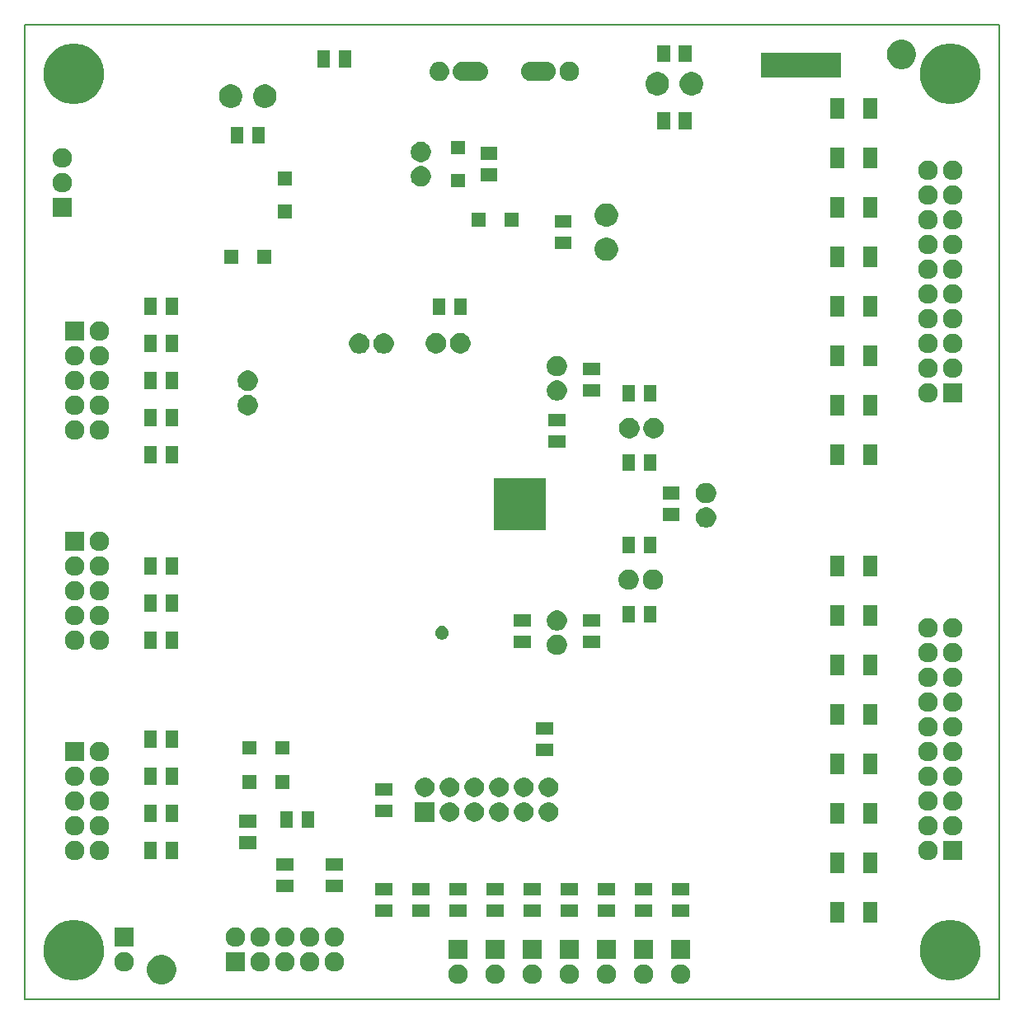
<source format=gbs>
G04 #@! TF.GenerationSoftware,KiCad,Pcbnew,(5.1.0)-1*
G04 #@! TF.CreationDate,2019-04-03T22:14:52+01:00*
G04 #@! TF.ProjectId,DAC-AK4458-1.0,4441432d-414b-4343-9435-382d312e302e,1.0*
G04 #@! TF.SameCoordinates,PX6422c40PY8f0d180*
G04 #@! TF.FileFunction,Soldermask,Bot*
G04 #@! TF.FilePolarity,Negative*
%FSLAX46Y46*%
G04 Gerber Fmt 4.6, Leading zero omitted, Abs format (unit mm)*
G04 Created by KiCad (PCBNEW (5.1.0)-1) date 2019-04-03 22:14:52*
%MOMM*%
%LPD*%
G04 APERTURE LIST*
%ADD10C,0.150000*%
%ADD11C,0.100000*%
G04 APERTURE END LIST*
D10*
X100000000Y0D02*
X0Y0D01*
X100000000Y100000000D02*
X100000000Y0D01*
X0Y100000000D02*
X100000000Y100000000D01*
X0Y0D02*
X0Y100000000D01*
D11*
G36*
X14437534Y4442357D02*
G01*
X14710515Y4329284D01*
X14710517Y4329283D01*
X14778769Y4283678D01*
X14956193Y4165127D01*
X15165127Y3956193D01*
X15329284Y3710515D01*
X15442357Y3437534D01*
X15500000Y3147738D01*
X15500000Y2852262D01*
X15442357Y2562466D01*
X15329284Y2289485D01*
X15329283Y2289483D01*
X15165126Y2043806D01*
X14956194Y1834874D01*
X14710517Y1670717D01*
X14710516Y1670716D01*
X14710515Y1670716D01*
X14437534Y1557643D01*
X14147738Y1500000D01*
X13852262Y1500000D01*
X13562466Y1557643D01*
X13289485Y1670716D01*
X13289484Y1670716D01*
X13289483Y1670717D01*
X13043806Y1834874D01*
X12834874Y2043806D01*
X12670717Y2289483D01*
X12670716Y2289485D01*
X12557643Y2562466D01*
X12500000Y2852262D01*
X12500000Y3147738D01*
X12557643Y3437534D01*
X12670716Y3710515D01*
X12834873Y3956193D01*
X13043807Y4165127D01*
X13221231Y4283678D01*
X13289483Y4329283D01*
X13289485Y4329284D01*
X13562466Y4442357D01*
X13852262Y4500000D01*
X14147738Y4500000D01*
X14437534Y4442357D01*
X14437534Y4442357D01*
G37*
G36*
X67537290Y3514381D02*
G01*
X67601689Y3501571D01*
X67783678Y3426189D01*
X67947463Y3316751D01*
X68086751Y3177463D01*
X68196189Y3013678D01*
X68271571Y2831689D01*
X68310000Y2638491D01*
X68310000Y2441509D01*
X68271571Y2248311D01*
X68196189Y2066322D01*
X68086751Y1902537D01*
X67947463Y1763249D01*
X67783678Y1653811D01*
X67601689Y1578429D01*
X67537290Y1565619D01*
X67408493Y1540000D01*
X67211507Y1540000D01*
X67082710Y1565619D01*
X67018311Y1578429D01*
X66836322Y1653811D01*
X66672537Y1763249D01*
X66533249Y1902537D01*
X66423811Y2066322D01*
X66348429Y2248311D01*
X66310000Y2441509D01*
X66310000Y2638491D01*
X66348429Y2831689D01*
X66423811Y3013678D01*
X66533249Y3177463D01*
X66672537Y3316751D01*
X66836322Y3426189D01*
X67018311Y3501571D01*
X67082710Y3514381D01*
X67211507Y3540000D01*
X67408493Y3540000D01*
X67537290Y3514381D01*
X67537290Y3514381D01*
G37*
G36*
X63727290Y3514381D02*
G01*
X63791689Y3501571D01*
X63973678Y3426189D01*
X64137463Y3316751D01*
X64276751Y3177463D01*
X64386189Y3013678D01*
X64461571Y2831689D01*
X64500000Y2638491D01*
X64500000Y2441509D01*
X64461571Y2248311D01*
X64386189Y2066322D01*
X64276751Y1902537D01*
X64137463Y1763249D01*
X63973678Y1653811D01*
X63791689Y1578429D01*
X63727290Y1565619D01*
X63598493Y1540000D01*
X63401507Y1540000D01*
X63272710Y1565619D01*
X63208311Y1578429D01*
X63026322Y1653811D01*
X62862537Y1763249D01*
X62723249Y1902537D01*
X62613811Y2066322D01*
X62538429Y2248311D01*
X62500000Y2441509D01*
X62500000Y2638491D01*
X62538429Y2831689D01*
X62613811Y3013678D01*
X62723249Y3177463D01*
X62862537Y3316751D01*
X63026322Y3426189D01*
X63208311Y3501571D01*
X63272710Y3514381D01*
X63401507Y3540000D01*
X63598493Y3540000D01*
X63727290Y3514381D01*
X63727290Y3514381D01*
G37*
G36*
X59917290Y3514381D02*
G01*
X59981689Y3501571D01*
X60163678Y3426189D01*
X60327463Y3316751D01*
X60466751Y3177463D01*
X60576189Y3013678D01*
X60651571Y2831689D01*
X60690000Y2638491D01*
X60690000Y2441509D01*
X60651571Y2248311D01*
X60576189Y2066322D01*
X60466751Y1902537D01*
X60327463Y1763249D01*
X60163678Y1653811D01*
X59981689Y1578429D01*
X59917290Y1565619D01*
X59788493Y1540000D01*
X59591507Y1540000D01*
X59462710Y1565619D01*
X59398311Y1578429D01*
X59216322Y1653811D01*
X59052537Y1763249D01*
X58913249Y1902537D01*
X58803811Y2066322D01*
X58728429Y2248311D01*
X58690000Y2441509D01*
X58690000Y2638491D01*
X58728429Y2831689D01*
X58803811Y3013678D01*
X58913249Y3177463D01*
X59052537Y3316751D01*
X59216322Y3426189D01*
X59398311Y3501571D01*
X59462710Y3514381D01*
X59591507Y3540000D01*
X59788493Y3540000D01*
X59917290Y3514381D01*
X59917290Y3514381D01*
G37*
G36*
X56107290Y3514381D02*
G01*
X56171689Y3501571D01*
X56353678Y3426189D01*
X56517463Y3316751D01*
X56656751Y3177463D01*
X56766189Y3013678D01*
X56841571Y2831689D01*
X56880000Y2638491D01*
X56880000Y2441509D01*
X56841571Y2248311D01*
X56766189Y2066322D01*
X56656751Y1902537D01*
X56517463Y1763249D01*
X56353678Y1653811D01*
X56171689Y1578429D01*
X56107290Y1565619D01*
X55978493Y1540000D01*
X55781507Y1540000D01*
X55652710Y1565619D01*
X55588311Y1578429D01*
X55406322Y1653811D01*
X55242537Y1763249D01*
X55103249Y1902537D01*
X54993811Y2066322D01*
X54918429Y2248311D01*
X54880000Y2441509D01*
X54880000Y2638491D01*
X54918429Y2831689D01*
X54993811Y3013678D01*
X55103249Y3177463D01*
X55242537Y3316751D01*
X55406322Y3426189D01*
X55588311Y3501571D01*
X55652710Y3514381D01*
X55781507Y3540000D01*
X55978493Y3540000D01*
X56107290Y3514381D01*
X56107290Y3514381D01*
G37*
G36*
X48487290Y3514381D02*
G01*
X48551689Y3501571D01*
X48733678Y3426189D01*
X48897463Y3316751D01*
X49036751Y3177463D01*
X49146189Y3013678D01*
X49221571Y2831689D01*
X49260000Y2638491D01*
X49260000Y2441509D01*
X49221571Y2248311D01*
X49146189Y2066322D01*
X49036751Y1902537D01*
X48897463Y1763249D01*
X48733678Y1653811D01*
X48551689Y1578429D01*
X48487290Y1565619D01*
X48358493Y1540000D01*
X48161507Y1540000D01*
X48032710Y1565619D01*
X47968311Y1578429D01*
X47786322Y1653811D01*
X47622537Y1763249D01*
X47483249Y1902537D01*
X47373811Y2066322D01*
X47298429Y2248311D01*
X47260000Y2441509D01*
X47260000Y2638491D01*
X47298429Y2831689D01*
X47373811Y3013678D01*
X47483249Y3177463D01*
X47622537Y3316751D01*
X47786322Y3426189D01*
X47968311Y3501571D01*
X48032710Y3514381D01*
X48161507Y3540000D01*
X48358493Y3540000D01*
X48487290Y3514381D01*
X48487290Y3514381D01*
G37*
G36*
X44677290Y3514381D02*
G01*
X44741689Y3501571D01*
X44923678Y3426189D01*
X45087463Y3316751D01*
X45226751Y3177463D01*
X45336189Y3013678D01*
X45411571Y2831689D01*
X45450000Y2638491D01*
X45450000Y2441509D01*
X45411571Y2248311D01*
X45336189Y2066322D01*
X45226751Y1902537D01*
X45087463Y1763249D01*
X44923678Y1653811D01*
X44741689Y1578429D01*
X44677290Y1565619D01*
X44548493Y1540000D01*
X44351507Y1540000D01*
X44222710Y1565619D01*
X44158311Y1578429D01*
X43976322Y1653811D01*
X43812537Y1763249D01*
X43673249Y1902537D01*
X43563811Y2066322D01*
X43488429Y2248311D01*
X43450000Y2441509D01*
X43450000Y2638491D01*
X43488429Y2831689D01*
X43563811Y3013678D01*
X43673249Y3177463D01*
X43812537Y3316751D01*
X43976322Y3426189D01*
X44158311Y3501571D01*
X44222710Y3514381D01*
X44351507Y3540000D01*
X44548493Y3540000D01*
X44677290Y3514381D01*
X44677290Y3514381D01*
G37*
G36*
X52297290Y3514381D02*
G01*
X52361689Y3501571D01*
X52543678Y3426189D01*
X52707463Y3316751D01*
X52846751Y3177463D01*
X52956189Y3013678D01*
X53031571Y2831689D01*
X53070000Y2638491D01*
X53070000Y2441509D01*
X53031571Y2248311D01*
X52956189Y2066322D01*
X52846751Y1902537D01*
X52707463Y1763249D01*
X52543678Y1653811D01*
X52361689Y1578429D01*
X52297290Y1565619D01*
X52168493Y1540000D01*
X51971507Y1540000D01*
X51842710Y1565619D01*
X51778311Y1578429D01*
X51596322Y1653811D01*
X51432537Y1763249D01*
X51293249Y1902537D01*
X51183811Y2066322D01*
X51108429Y2248311D01*
X51070000Y2441509D01*
X51070000Y2638491D01*
X51108429Y2831689D01*
X51183811Y3013678D01*
X51293249Y3177463D01*
X51432537Y3316751D01*
X51596322Y3426189D01*
X51778311Y3501571D01*
X51842710Y3514381D01*
X51971507Y3540000D01*
X52168493Y3540000D01*
X52297290Y3514381D01*
X52297290Y3514381D01*
G37*
G36*
X5604780Y8040435D02*
G01*
X5904237Y7980869D01*
X6468401Y7747185D01*
X6976135Y7407928D01*
X7407928Y6976135D01*
X7747185Y6468401D01*
X7980869Y5904237D01*
X8019000Y5712539D01*
X8100000Y5305325D01*
X8100000Y4694675D01*
X8050826Y4447463D01*
X7980869Y4095763D01*
X7747185Y3531599D01*
X7407928Y3023865D01*
X6976135Y2592072D01*
X6468401Y2252815D01*
X5904237Y2019131D01*
X5604780Y1959566D01*
X5305325Y1900000D01*
X4694675Y1900000D01*
X4395220Y1959566D01*
X4095763Y2019131D01*
X3531599Y2252815D01*
X3023865Y2592072D01*
X2592072Y3023865D01*
X2252815Y3531599D01*
X2019131Y4095763D01*
X1949174Y4447463D01*
X1900000Y4694675D01*
X1900000Y5305325D01*
X1981000Y5712539D01*
X2019131Y5904237D01*
X2252815Y6468401D01*
X2592072Y6976135D01*
X3023865Y7407928D01*
X3531599Y7747185D01*
X4095763Y7980869D01*
X4395220Y8040435D01*
X4694675Y8100000D01*
X5305325Y8100000D01*
X5604780Y8040435D01*
X5604780Y8040435D01*
G37*
G36*
X95604780Y8040435D02*
G01*
X95904237Y7980869D01*
X96468401Y7747185D01*
X96976135Y7407928D01*
X97407928Y6976135D01*
X97747185Y6468401D01*
X97980869Y5904237D01*
X98019000Y5712539D01*
X98100000Y5305325D01*
X98100000Y4694675D01*
X98050826Y4447463D01*
X97980869Y4095763D01*
X97747185Y3531599D01*
X97407928Y3023865D01*
X96976135Y2592072D01*
X96468401Y2252815D01*
X95904237Y2019131D01*
X95604780Y1959566D01*
X95305325Y1900000D01*
X94694675Y1900000D01*
X94395220Y1959566D01*
X94095763Y2019131D01*
X93531599Y2252815D01*
X93023865Y2592072D01*
X92592072Y3023865D01*
X92252815Y3531599D01*
X92019131Y4095763D01*
X91949174Y4447463D01*
X91900000Y4694675D01*
X91900000Y5305325D01*
X91981000Y5712539D01*
X92019131Y5904237D01*
X92252815Y6468401D01*
X92592072Y6976135D01*
X93023865Y7407928D01*
X93531599Y7747185D01*
X94095763Y7980869D01*
X94395220Y8040435D01*
X94694675Y8100000D01*
X95305325Y8100000D01*
X95604780Y8040435D01*
X95604780Y8040435D01*
G37*
G36*
X24357290Y4784381D02*
G01*
X24421689Y4771571D01*
X24603678Y4696189D01*
X24767463Y4586751D01*
X24906751Y4447463D01*
X25016189Y4283678D01*
X25091571Y4101689D01*
X25091571Y4101688D01*
X25130000Y3908493D01*
X25130000Y3711507D01*
X25104381Y3582710D01*
X25091571Y3518311D01*
X25016189Y3336322D01*
X24906751Y3172537D01*
X24767463Y3033249D01*
X24603678Y2923811D01*
X24421689Y2848429D01*
X24357290Y2835619D01*
X24228493Y2810000D01*
X24031507Y2810000D01*
X23902710Y2835619D01*
X23838311Y2848429D01*
X23656322Y2923811D01*
X23492537Y3033249D01*
X23353249Y3172537D01*
X23243811Y3336322D01*
X23168429Y3518311D01*
X23155619Y3582710D01*
X23130000Y3711507D01*
X23130000Y3908493D01*
X23168429Y4101688D01*
X23168429Y4101689D01*
X23243811Y4283678D01*
X23353249Y4447463D01*
X23492537Y4586751D01*
X23656322Y4696189D01*
X23838311Y4771571D01*
X23902710Y4784381D01*
X24031507Y4810000D01*
X24228493Y4810000D01*
X24357290Y4784381D01*
X24357290Y4784381D01*
G37*
G36*
X22590000Y2810000D02*
G01*
X20590000Y2810000D01*
X20590000Y4810000D01*
X22590000Y4810000D01*
X22590000Y2810000D01*
X22590000Y2810000D01*
G37*
G36*
X29437290Y4784381D02*
G01*
X29501689Y4771571D01*
X29683678Y4696189D01*
X29847463Y4586751D01*
X29986751Y4447463D01*
X30096189Y4283678D01*
X30171571Y4101689D01*
X30171571Y4101688D01*
X30210000Y3908493D01*
X30210000Y3711507D01*
X30184381Y3582710D01*
X30171571Y3518311D01*
X30096189Y3336322D01*
X29986751Y3172537D01*
X29847463Y3033249D01*
X29683678Y2923811D01*
X29501689Y2848429D01*
X29437290Y2835619D01*
X29308493Y2810000D01*
X29111507Y2810000D01*
X28982710Y2835619D01*
X28918311Y2848429D01*
X28736322Y2923811D01*
X28572537Y3033249D01*
X28433249Y3172537D01*
X28323811Y3336322D01*
X28248429Y3518311D01*
X28235619Y3582710D01*
X28210000Y3711507D01*
X28210000Y3908493D01*
X28248429Y4101688D01*
X28248429Y4101689D01*
X28323811Y4283678D01*
X28433249Y4447463D01*
X28572537Y4586751D01*
X28736322Y4696189D01*
X28918311Y4771571D01*
X28982710Y4784381D01*
X29111507Y4810000D01*
X29308493Y4810000D01*
X29437290Y4784381D01*
X29437290Y4784381D01*
G37*
G36*
X31977290Y4784381D02*
G01*
X32041689Y4771571D01*
X32223678Y4696189D01*
X32387463Y4586751D01*
X32526751Y4447463D01*
X32636189Y4283678D01*
X32711571Y4101689D01*
X32711571Y4101688D01*
X32750000Y3908493D01*
X32750000Y3711507D01*
X32724381Y3582710D01*
X32711571Y3518311D01*
X32636189Y3336322D01*
X32526751Y3172537D01*
X32387463Y3033249D01*
X32223678Y2923811D01*
X32041689Y2848429D01*
X31977290Y2835619D01*
X31848493Y2810000D01*
X31651507Y2810000D01*
X31522710Y2835619D01*
X31458311Y2848429D01*
X31276322Y2923811D01*
X31112537Y3033249D01*
X30973249Y3172537D01*
X30863811Y3336322D01*
X30788429Y3518311D01*
X30775619Y3582710D01*
X30750000Y3711507D01*
X30750000Y3908493D01*
X30788429Y4101688D01*
X30788429Y4101689D01*
X30863811Y4283678D01*
X30973249Y4447463D01*
X31112537Y4586751D01*
X31276322Y4696189D01*
X31458311Y4771571D01*
X31522710Y4784381D01*
X31651507Y4810000D01*
X31848493Y4810000D01*
X31977290Y4784381D01*
X31977290Y4784381D01*
G37*
G36*
X10387290Y4784381D02*
G01*
X10451689Y4771571D01*
X10633678Y4696189D01*
X10797463Y4586751D01*
X10936751Y4447463D01*
X11046189Y4283678D01*
X11121571Y4101689D01*
X11121571Y4101688D01*
X11160000Y3908493D01*
X11160000Y3711507D01*
X11134381Y3582710D01*
X11121571Y3518311D01*
X11046189Y3336322D01*
X10936751Y3172537D01*
X10797463Y3033249D01*
X10633678Y2923811D01*
X10451689Y2848429D01*
X10387290Y2835619D01*
X10258493Y2810000D01*
X10061507Y2810000D01*
X9932710Y2835619D01*
X9868311Y2848429D01*
X9686322Y2923811D01*
X9522537Y3033249D01*
X9383249Y3172537D01*
X9273811Y3336322D01*
X9198429Y3518311D01*
X9185619Y3582710D01*
X9160000Y3711507D01*
X9160000Y3908493D01*
X9198429Y4101688D01*
X9198429Y4101689D01*
X9273811Y4283678D01*
X9383249Y4447463D01*
X9522537Y4586751D01*
X9686322Y4696189D01*
X9868311Y4771571D01*
X9932710Y4784381D01*
X10061507Y4810000D01*
X10258493Y4810000D01*
X10387290Y4784381D01*
X10387290Y4784381D01*
G37*
G36*
X26897290Y4784381D02*
G01*
X26961689Y4771571D01*
X27143678Y4696189D01*
X27307463Y4586751D01*
X27446751Y4447463D01*
X27556189Y4283678D01*
X27631571Y4101689D01*
X27631571Y4101688D01*
X27670000Y3908493D01*
X27670000Y3711507D01*
X27644381Y3582710D01*
X27631571Y3518311D01*
X27556189Y3336322D01*
X27446751Y3172537D01*
X27307463Y3033249D01*
X27143678Y2923811D01*
X26961689Y2848429D01*
X26897290Y2835619D01*
X26768493Y2810000D01*
X26571507Y2810000D01*
X26442710Y2835619D01*
X26378311Y2848429D01*
X26196322Y2923811D01*
X26032537Y3033249D01*
X25893249Y3172537D01*
X25783811Y3336322D01*
X25708429Y3518311D01*
X25695619Y3582710D01*
X25670000Y3711507D01*
X25670000Y3908493D01*
X25708429Y4101688D01*
X25708429Y4101689D01*
X25783811Y4283678D01*
X25893249Y4447463D01*
X26032537Y4586751D01*
X26196322Y4696189D01*
X26378311Y4771571D01*
X26442710Y4784381D01*
X26571507Y4810000D01*
X26768493Y4810000D01*
X26897290Y4784381D01*
X26897290Y4784381D01*
G37*
G36*
X56880000Y4080000D02*
G01*
X54880000Y4080000D01*
X54880000Y6080000D01*
X56880000Y6080000D01*
X56880000Y4080000D01*
X56880000Y4080000D01*
G37*
G36*
X64500000Y4080000D02*
G01*
X62500000Y4080000D01*
X62500000Y6080000D01*
X64500000Y6080000D01*
X64500000Y4080000D01*
X64500000Y4080000D01*
G37*
G36*
X60690000Y4080000D02*
G01*
X58690000Y4080000D01*
X58690000Y6080000D01*
X60690000Y6080000D01*
X60690000Y4080000D01*
X60690000Y4080000D01*
G37*
G36*
X53070000Y4080000D02*
G01*
X51070000Y4080000D01*
X51070000Y6080000D01*
X53070000Y6080000D01*
X53070000Y4080000D01*
X53070000Y4080000D01*
G37*
G36*
X45450000Y4080000D02*
G01*
X43450000Y4080000D01*
X43450000Y6080000D01*
X45450000Y6080000D01*
X45450000Y4080000D01*
X45450000Y4080000D01*
G37*
G36*
X49260000Y4080000D02*
G01*
X47260000Y4080000D01*
X47260000Y6080000D01*
X49260000Y6080000D01*
X49260000Y4080000D01*
X49260000Y4080000D01*
G37*
G36*
X68310000Y4080000D02*
G01*
X66310000Y4080000D01*
X66310000Y6080000D01*
X68310000Y6080000D01*
X68310000Y4080000D01*
X68310000Y4080000D01*
G37*
G36*
X26897290Y7324381D02*
G01*
X26961689Y7311571D01*
X27143678Y7236189D01*
X27307463Y7126751D01*
X27446751Y6987463D01*
X27556189Y6823678D01*
X27631571Y6641689D01*
X27670000Y6448491D01*
X27670000Y6251509D01*
X27631571Y6058311D01*
X27556189Y5876322D01*
X27446751Y5712537D01*
X27307463Y5573249D01*
X27143678Y5463811D01*
X26961689Y5388429D01*
X26897290Y5375619D01*
X26768493Y5350000D01*
X26571507Y5350000D01*
X26442710Y5375619D01*
X26378311Y5388429D01*
X26196322Y5463811D01*
X26032537Y5573249D01*
X25893249Y5712537D01*
X25783811Y5876322D01*
X25708429Y6058311D01*
X25670000Y6251509D01*
X25670000Y6448491D01*
X25708429Y6641689D01*
X25783811Y6823678D01*
X25893249Y6987463D01*
X26032537Y7126751D01*
X26196322Y7236189D01*
X26378311Y7311571D01*
X26442710Y7324381D01*
X26571507Y7350000D01*
X26768493Y7350000D01*
X26897290Y7324381D01*
X26897290Y7324381D01*
G37*
G36*
X31977290Y7324381D02*
G01*
X32041689Y7311571D01*
X32223678Y7236189D01*
X32387463Y7126751D01*
X32526751Y6987463D01*
X32636189Y6823678D01*
X32711571Y6641689D01*
X32750000Y6448491D01*
X32750000Y6251509D01*
X32711571Y6058311D01*
X32636189Y5876322D01*
X32526751Y5712537D01*
X32387463Y5573249D01*
X32223678Y5463811D01*
X32041689Y5388429D01*
X31977290Y5375619D01*
X31848493Y5350000D01*
X31651507Y5350000D01*
X31522710Y5375619D01*
X31458311Y5388429D01*
X31276322Y5463811D01*
X31112537Y5573249D01*
X30973249Y5712537D01*
X30863811Y5876322D01*
X30788429Y6058311D01*
X30750000Y6251509D01*
X30750000Y6448491D01*
X30788429Y6641689D01*
X30863811Y6823678D01*
X30973249Y6987463D01*
X31112537Y7126751D01*
X31276322Y7236189D01*
X31458311Y7311571D01*
X31522710Y7324381D01*
X31651507Y7350000D01*
X31848493Y7350000D01*
X31977290Y7324381D01*
X31977290Y7324381D01*
G37*
G36*
X29437290Y7324381D02*
G01*
X29501689Y7311571D01*
X29683678Y7236189D01*
X29847463Y7126751D01*
X29986751Y6987463D01*
X30096189Y6823678D01*
X30171571Y6641689D01*
X30210000Y6448491D01*
X30210000Y6251509D01*
X30171571Y6058311D01*
X30096189Y5876322D01*
X29986751Y5712537D01*
X29847463Y5573249D01*
X29683678Y5463811D01*
X29501689Y5388429D01*
X29437290Y5375619D01*
X29308493Y5350000D01*
X29111507Y5350000D01*
X28982710Y5375619D01*
X28918311Y5388429D01*
X28736322Y5463811D01*
X28572537Y5573249D01*
X28433249Y5712537D01*
X28323811Y5876322D01*
X28248429Y6058311D01*
X28210000Y6251509D01*
X28210000Y6448491D01*
X28248429Y6641689D01*
X28323811Y6823678D01*
X28433249Y6987463D01*
X28572537Y7126751D01*
X28736322Y7236189D01*
X28918311Y7311571D01*
X28982710Y7324381D01*
X29111507Y7350000D01*
X29308493Y7350000D01*
X29437290Y7324381D01*
X29437290Y7324381D01*
G37*
G36*
X11160000Y5350000D02*
G01*
X9160000Y5350000D01*
X9160000Y7350000D01*
X11160000Y7350000D01*
X11160000Y5350000D01*
X11160000Y5350000D01*
G37*
G36*
X21817290Y7324381D02*
G01*
X21881689Y7311571D01*
X22063678Y7236189D01*
X22227463Y7126751D01*
X22366751Y6987463D01*
X22476189Y6823678D01*
X22551571Y6641689D01*
X22590000Y6448491D01*
X22590000Y6251509D01*
X22551571Y6058311D01*
X22476189Y5876322D01*
X22366751Y5712537D01*
X22227463Y5573249D01*
X22063678Y5463811D01*
X21881689Y5388429D01*
X21817290Y5375619D01*
X21688493Y5350000D01*
X21491507Y5350000D01*
X21362710Y5375619D01*
X21298311Y5388429D01*
X21116322Y5463811D01*
X20952537Y5573249D01*
X20813249Y5712537D01*
X20703811Y5876322D01*
X20628429Y6058311D01*
X20590000Y6251509D01*
X20590000Y6448491D01*
X20628429Y6641689D01*
X20703811Y6823678D01*
X20813249Y6987463D01*
X20952537Y7126751D01*
X21116322Y7236189D01*
X21298311Y7311571D01*
X21362710Y7324381D01*
X21491507Y7350000D01*
X21688493Y7350000D01*
X21817290Y7324381D01*
X21817290Y7324381D01*
G37*
G36*
X24357290Y7324381D02*
G01*
X24421689Y7311571D01*
X24603678Y7236189D01*
X24767463Y7126751D01*
X24906751Y6987463D01*
X25016189Y6823678D01*
X25091571Y6641689D01*
X25130000Y6448491D01*
X25130000Y6251509D01*
X25091571Y6058311D01*
X25016189Y5876322D01*
X24906751Y5712537D01*
X24767463Y5573249D01*
X24603678Y5463811D01*
X24421689Y5388429D01*
X24357290Y5375619D01*
X24228493Y5350000D01*
X24031507Y5350000D01*
X23902710Y5375619D01*
X23838311Y5388429D01*
X23656322Y5463811D01*
X23492537Y5573249D01*
X23353249Y5712537D01*
X23243811Y5876322D01*
X23168429Y6058311D01*
X23130000Y6251509D01*
X23130000Y6448491D01*
X23168429Y6641689D01*
X23243811Y6823678D01*
X23353249Y6987463D01*
X23492537Y7126751D01*
X23656322Y7236189D01*
X23838311Y7311571D01*
X23902710Y7324381D01*
X24031507Y7350000D01*
X24228493Y7350000D01*
X24357290Y7324381D01*
X24357290Y7324381D01*
G37*
G36*
X84140000Y7840000D02*
G01*
X82640000Y7840000D01*
X82640000Y9940000D01*
X84140000Y9940000D01*
X84140000Y7840000D01*
X84140000Y7840000D01*
G37*
G36*
X87540000Y7840000D02*
G01*
X86040000Y7840000D01*
X86040000Y9940000D01*
X87540000Y9940000D01*
X87540000Y7840000D01*
X87540000Y7840000D01*
G37*
G36*
X37680000Y8410000D02*
G01*
X35980000Y8410000D01*
X35980000Y9710000D01*
X37680000Y9710000D01*
X37680000Y8410000D01*
X37680000Y8410000D01*
G37*
G36*
X68160000Y8410000D02*
G01*
X66460000Y8410000D01*
X66460000Y9710000D01*
X68160000Y9710000D01*
X68160000Y8410000D01*
X68160000Y8410000D01*
G37*
G36*
X52920000Y8410000D02*
G01*
X51220000Y8410000D01*
X51220000Y9710000D01*
X52920000Y9710000D01*
X52920000Y8410000D01*
X52920000Y8410000D01*
G37*
G36*
X56730000Y8410000D02*
G01*
X55030000Y8410000D01*
X55030000Y9710000D01*
X56730000Y9710000D01*
X56730000Y8410000D01*
X56730000Y8410000D01*
G37*
G36*
X49110000Y8410000D02*
G01*
X47410000Y8410000D01*
X47410000Y9710000D01*
X49110000Y9710000D01*
X49110000Y8410000D01*
X49110000Y8410000D01*
G37*
G36*
X60540000Y8410000D02*
G01*
X58840000Y8410000D01*
X58840000Y9710000D01*
X60540000Y9710000D01*
X60540000Y8410000D01*
X60540000Y8410000D01*
G37*
G36*
X64350000Y8410000D02*
G01*
X62650000Y8410000D01*
X62650000Y9710000D01*
X64350000Y9710000D01*
X64350000Y8410000D01*
X64350000Y8410000D01*
G37*
G36*
X45300000Y8410000D02*
G01*
X43600000Y8410000D01*
X43600000Y9710000D01*
X45300000Y9710000D01*
X45300000Y8410000D01*
X45300000Y8410000D01*
G37*
G36*
X41490000Y8410000D02*
G01*
X39790000Y8410000D01*
X39790000Y9710000D01*
X41490000Y9710000D01*
X41490000Y8410000D01*
X41490000Y8410000D01*
G37*
G36*
X41490000Y10610000D02*
G01*
X39790000Y10610000D01*
X39790000Y11910000D01*
X41490000Y11910000D01*
X41490000Y10610000D01*
X41490000Y10610000D01*
G37*
G36*
X37680000Y10610000D02*
G01*
X35980000Y10610000D01*
X35980000Y11910000D01*
X37680000Y11910000D01*
X37680000Y10610000D01*
X37680000Y10610000D01*
G37*
G36*
X68160000Y10610000D02*
G01*
X66460000Y10610000D01*
X66460000Y11910000D01*
X68160000Y11910000D01*
X68160000Y10610000D01*
X68160000Y10610000D01*
G37*
G36*
X64350000Y10610000D02*
G01*
X62650000Y10610000D01*
X62650000Y11910000D01*
X64350000Y11910000D01*
X64350000Y10610000D01*
X64350000Y10610000D01*
G37*
G36*
X45300000Y10610000D02*
G01*
X43600000Y10610000D01*
X43600000Y11910000D01*
X45300000Y11910000D01*
X45300000Y10610000D01*
X45300000Y10610000D01*
G37*
G36*
X56730000Y10610000D02*
G01*
X55030000Y10610000D01*
X55030000Y11910000D01*
X56730000Y11910000D01*
X56730000Y10610000D01*
X56730000Y10610000D01*
G37*
G36*
X52920000Y10610000D02*
G01*
X51220000Y10610000D01*
X51220000Y11910000D01*
X52920000Y11910000D01*
X52920000Y10610000D01*
X52920000Y10610000D01*
G37*
G36*
X49110000Y10610000D02*
G01*
X47410000Y10610000D01*
X47410000Y11910000D01*
X49110000Y11910000D01*
X49110000Y10610000D01*
X49110000Y10610000D01*
G37*
G36*
X60540000Y10610000D02*
G01*
X58840000Y10610000D01*
X58840000Y11910000D01*
X60540000Y11910000D01*
X60540000Y10610000D01*
X60540000Y10610000D01*
G37*
G36*
X27520000Y10950000D02*
G01*
X25820000Y10950000D01*
X25820000Y12250000D01*
X27520000Y12250000D01*
X27520000Y10950000D01*
X27520000Y10950000D01*
G37*
G36*
X32600000Y10950000D02*
G01*
X30900000Y10950000D01*
X30900000Y12250000D01*
X32600000Y12250000D01*
X32600000Y10950000D01*
X32600000Y10950000D01*
G37*
G36*
X87540000Y12920000D02*
G01*
X86040000Y12920000D01*
X86040000Y15020000D01*
X87540000Y15020000D01*
X87540000Y12920000D01*
X87540000Y12920000D01*
G37*
G36*
X84140000Y12920000D02*
G01*
X82640000Y12920000D01*
X82640000Y15020000D01*
X84140000Y15020000D01*
X84140000Y12920000D01*
X84140000Y12920000D01*
G37*
G36*
X27520000Y13150000D02*
G01*
X25820000Y13150000D01*
X25820000Y14450000D01*
X27520000Y14450000D01*
X27520000Y13150000D01*
X27520000Y13150000D01*
G37*
G36*
X32600000Y13150000D02*
G01*
X30900000Y13150000D01*
X30900000Y14450000D01*
X32600000Y14450000D01*
X32600000Y13150000D01*
X32600000Y13150000D01*
G37*
G36*
X7847290Y16214381D02*
G01*
X7911689Y16201571D01*
X8093678Y16126189D01*
X8257463Y16016751D01*
X8396751Y15877463D01*
X8506189Y15713678D01*
X8581571Y15531689D01*
X8620000Y15338491D01*
X8620000Y15141509D01*
X8581571Y14948311D01*
X8506189Y14766322D01*
X8396751Y14602537D01*
X8257463Y14463249D01*
X8093678Y14353811D01*
X7911689Y14278429D01*
X7847290Y14265619D01*
X7718493Y14240000D01*
X7521507Y14240000D01*
X7392710Y14265619D01*
X7328311Y14278429D01*
X7146322Y14353811D01*
X6982537Y14463249D01*
X6843249Y14602537D01*
X6733811Y14766322D01*
X6658429Y14948311D01*
X6620000Y15141509D01*
X6620000Y15338491D01*
X6658429Y15531689D01*
X6733811Y15713678D01*
X6843249Y15877463D01*
X6982537Y16016751D01*
X7146322Y16126189D01*
X7328311Y16201571D01*
X7392710Y16214381D01*
X7521507Y16240000D01*
X7718493Y16240000D01*
X7847290Y16214381D01*
X7847290Y16214381D01*
G37*
G36*
X96250000Y14240000D02*
G01*
X94250000Y14240000D01*
X94250000Y16240000D01*
X96250000Y16240000D01*
X96250000Y14240000D01*
X96250000Y14240000D01*
G37*
G36*
X92937290Y16214381D02*
G01*
X93001689Y16201571D01*
X93183678Y16126189D01*
X93347463Y16016751D01*
X93486751Y15877463D01*
X93596189Y15713678D01*
X93671571Y15531689D01*
X93710000Y15338491D01*
X93710000Y15141509D01*
X93671571Y14948311D01*
X93596189Y14766322D01*
X93486751Y14602537D01*
X93347463Y14463249D01*
X93183678Y14353811D01*
X93001689Y14278429D01*
X92937290Y14265619D01*
X92808493Y14240000D01*
X92611507Y14240000D01*
X92482710Y14265619D01*
X92418311Y14278429D01*
X92236322Y14353811D01*
X92072537Y14463249D01*
X91933249Y14602537D01*
X91823811Y14766322D01*
X91748429Y14948311D01*
X91710000Y15141509D01*
X91710000Y15338491D01*
X91748429Y15531689D01*
X91823811Y15713678D01*
X91933249Y15877463D01*
X92072537Y16016751D01*
X92236322Y16126189D01*
X92418311Y16201571D01*
X92482710Y16214381D01*
X92611507Y16240000D01*
X92808493Y16240000D01*
X92937290Y16214381D01*
X92937290Y16214381D01*
G37*
G36*
X5307290Y16214381D02*
G01*
X5371689Y16201571D01*
X5553678Y16126189D01*
X5717463Y16016751D01*
X5856751Y15877463D01*
X5966189Y15713678D01*
X6041571Y15531689D01*
X6080000Y15338491D01*
X6080000Y15141509D01*
X6041571Y14948311D01*
X5966189Y14766322D01*
X5856751Y14602537D01*
X5717463Y14463249D01*
X5553678Y14353811D01*
X5371689Y14278429D01*
X5307290Y14265619D01*
X5178493Y14240000D01*
X4981507Y14240000D01*
X4852710Y14265619D01*
X4788311Y14278429D01*
X4606322Y14353811D01*
X4442537Y14463249D01*
X4303249Y14602537D01*
X4193811Y14766322D01*
X4118429Y14948311D01*
X4080000Y15141509D01*
X4080000Y15338491D01*
X4118429Y15531689D01*
X4193811Y15713678D01*
X4303249Y15877463D01*
X4442537Y16016751D01*
X4606322Y16126189D01*
X4788311Y16201571D01*
X4852710Y16214381D01*
X4981507Y16240000D01*
X5178493Y16240000D01*
X5307290Y16214381D01*
X5307290Y16214381D01*
G37*
G36*
X15720000Y14390000D02*
G01*
X14420000Y14390000D01*
X14420000Y16090000D01*
X15720000Y16090000D01*
X15720000Y14390000D01*
X15720000Y14390000D01*
G37*
G36*
X13520000Y14390000D02*
G01*
X12220000Y14390000D01*
X12220000Y16090000D01*
X13520000Y16090000D01*
X13520000Y14390000D01*
X13520000Y14390000D01*
G37*
G36*
X23710000Y15395000D02*
G01*
X22010000Y15395000D01*
X22010000Y16695000D01*
X23710000Y16695000D01*
X23710000Y15395000D01*
X23710000Y15395000D01*
G37*
G36*
X7847290Y18754381D02*
G01*
X7911689Y18741571D01*
X8093678Y18666189D01*
X8257463Y18556751D01*
X8396751Y18417463D01*
X8506189Y18253678D01*
X8581571Y18071689D01*
X8620000Y17878491D01*
X8620000Y17681509D01*
X8581571Y17488311D01*
X8506189Y17306322D01*
X8396751Y17142537D01*
X8257463Y17003249D01*
X8093678Y16893811D01*
X7911689Y16818429D01*
X7847290Y16805619D01*
X7718493Y16780000D01*
X7521507Y16780000D01*
X7392710Y16805619D01*
X7328311Y16818429D01*
X7146322Y16893811D01*
X6982537Y17003249D01*
X6843249Y17142537D01*
X6733811Y17306322D01*
X6658429Y17488311D01*
X6620000Y17681509D01*
X6620000Y17878491D01*
X6658429Y18071689D01*
X6733811Y18253678D01*
X6843249Y18417463D01*
X6982537Y18556751D01*
X7146322Y18666189D01*
X7328311Y18741571D01*
X7392710Y18754381D01*
X7521507Y18780000D01*
X7718493Y18780000D01*
X7847290Y18754381D01*
X7847290Y18754381D01*
G37*
G36*
X5307290Y18754381D02*
G01*
X5371689Y18741571D01*
X5553678Y18666189D01*
X5717463Y18556751D01*
X5856751Y18417463D01*
X5966189Y18253678D01*
X6041571Y18071689D01*
X6080000Y17878491D01*
X6080000Y17681509D01*
X6041571Y17488311D01*
X5966189Y17306322D01*
X5856751Y17142537D01*
X5717463Y17003249D01*
X5553678Y16893811D01*
X5371689Y16818429D01*
X5307290Y16805619D01*
X5178493Y16780000D01*
X4981507Y16780000D01*
X4852710Y16805619D01*
X4788311Y16818429D01*
X4606322Y16893811D01*
X4442537Y17003249D01*
X4303249Y17142537D01*
X4193811Y17306322D01*
X4118429Y17488311D01*
X4080000Y17681509D01*
X4080000Y17878491D01*
X4118429Y18071689D01*
X4193811Y18253678D01*
X4303249Y18417463D01*
X4442537Y18556751D01*
X4606322Y18666189D01*
X4788311Y18741571D01*
X4852710Y18754381D01*
X4981507Y18780000D01*
X5178493Y18780000D01*
X5307290Y18754381D01*
X5307290Y18754381D01*
G37*
G36*
X95477290Y18754381D02*
G01*
X95541689Y18741571D01*
X95723678Y18666189D01*
X95887463Y18556751D01*
X96026751Y18417463D01*
X96136189Y18253678D01*
X96211571Y18071689D01*
X96250000Y17878491D01*
X96250000Y17681509D01*
X96211571Y17488311D01*
X96136189Y17306322D01*
X96026751Y17142537D01*
X95887463Y17003249D01*
X95723678Y16893811D01*
X95541689Y16818429D01*
X95477290Y16805619D01*
X95348493Y16780000D01*
X95151507Y16780000D01*
X95022710Y16805619D01*
X94958311Y16818429D01*
X94776322Y16893811D01*
X94612537Y17003249D01*
X94473249Y17142537D01*
X94363811Y17306322D01*
X94288429Y17488311D01*
X94250000Y17681509D01*
X94250000Y17878491D01*
X94288429Y18071689D01*
X94363811Y18253678D01*
X94473249Y18417463D01*
X94612537Y18556751D01*
X94776322Y18666189D01*
X94958311Y18741571D01*
X95022710Y18754381D01*
X95151507Y18780000D01*
X95348493Y18780000D01*
X95477290Y18754381D01*
X95477290Y18754381D01*
G37*
G36*
X92937290Y18754381D02*
G01*
X93001689Y18741571D01*
X93183678Y18666189D01*
X93347463Y18556751D01*
X93486751Y18417463D01*
X93596189Y18253678D01*
X93671571Y18071689D01*
X93710000Y17878491D01*
X93710000Y17681509D01*
X93671571Y17488311D01*
X93596189Y17306322D01*
X93486751Y17142537D01*
X93347463Y17003249D01*
X93183678Y16893811D01*
X93001689Y16818429D01*
X92937290Y16805619D01*
X92808493Y16780000D01*
X92611507Y16780000D01*
X92482710Y16805619D01*
X92418311Y16818429D01*
X92236322Y16893811D01*
X92072537Y17003249D01*
X91933249Y17142537D01*
X91823811Y17306322D01*
X91748429Y17488311D01*
X91710000Y17681509D01*
X91710000Y17878491D01*
X91748429Y18071689D01*
X91823811Y18253678D01*
X91933249Y18417463D01*
X92072537Y18556751D01*
X92236322Y18666189D01*
X92418311Y18741571D01*
X92482710Y18754381D01*
X92611507Y18780000D01*
X92808493Y18780000D01*
X92937290Y18754381D01*
X92937290Y18754381D01*
G37*
G36*
X29690000Y17565000D02*
G01*
X28390000Y17565000D01*
X28390000Y19265000D01*
X29690000Y19265000D01*
X29690000Y17565000D01*
X29690000Y17565000D01*
G37*
G36*
X27490000Y17565000D02*
G01*
X26190000Y17565000D01*
X26190000Y19265000D01*
X27490000Y19265000D01*
X27490000Y17565000D01*
X27490000Y17565000D01*
G37*
G36*
X23710000Y17595000D02*
G01*
X22010000Y17595000D01*
X22010000Y18895000D01*
X23710000Y18895000D01*
X23710000Y17595000D01*
X23710000Y17595000D01*
G37*
G36*
X84140000Y18000000D02*
G01*
X82640000Y18000000D01*
X82640000Y20100000D01*
X84140000Y20100000D01*
X84140000Y18000000D01*
X84140000Y18000000D01*
G37*
G36*
X87540000Y18000000D02*
G01*
X86040000Y18000000D01*
X86040000Y20100000D01*
X87540000Y20100000D01*
X87540000Y18000000D01*
X87540000Y18000000D01*
G37*
G36*
X51437290Y20164381D02*
G01*
X51501689Y20151571D01*
X51683678Y20076189D01*
X51847463Y19966751D01*
X51986751Y19827463D01*
X52096189Y19663678D01*
X52171571Y19481689D01*
X52210000Y19288491D01*
X52210000Y19091509D01*
X52171571Y18898311D01*
X52096189Y18716322D01*
X51986751Y18552537D01*
X51847463Y18413249D01*
X51683678Y18303811D01*
X51501689Y18228429D01*
X51437290Y18215619D01*
X51308493Y18190000D01*
X51111507Y18190000D01*
X50982710Y18215619D01*
X50918311Y18228429D01*
X50736322Y18303811D01*
X50572537Y18413249D01*
X50433249Y18552537D01*
X50323811Y18716322D01*
X50248429Y18898311D01*
X50210000Y19091509D01*
X50210000Y19288491D01*
X50248429Y19481689D01*
X50323811Y19663678D01*
X50433249Y19827463D01*
X50572537Y19966751D01*
X50736322Y20076189D01*
X50918311Y20151571D01*
X50982710Y20164381D01*
X51111507Y20190000D01*
X51308493Y20190000D01*
X51437290Y20164381D01*
X51437290Y20164381D01*
G37*
G36*
X42050000Y18190000D02*
G01*
X40050000Y18190000D01*
X40050000Y20190000D01*
X42050000Y20190000D01*
X42050000Y18190000D01*
X42050000Y18190000D01*
G37*
G36*
X48897290Y20164381D02*
G01*
X48961689Y20151571D01*
X49143678Y20076189D01*
X49307463Y19966751D01*
X49446751Y19827463D01*
X49556189Y19663678D01*
X49631571Y19481689D01*
X49670000Y19288491D01*
X49670000Y19091509D01*
X49631571Y18898311D01*
X49556189Y18716322D01*
X49446751Y18552537D01*
X49307463Y18413249D01*
X49143678Y18303811D01*
X48961689Y18228429D01*
X48897290Y18215619D01*
X48768493Y18190000D01*
X48571507Y18190000D01*
X48442710Y18215619D01*
X48378311Y18228429D01*
X48196322Y18303811D01*
X48032537Y18413249D01*
X47893249Y18552537D01*
X47783811Y18716322D01*
X47708429Y18898311D01*
X47670000Y19091509D01*
X47670000Y19288491D01*
X47708429Y19481689D01*
X47783811Y19663678D01*
X47893249Y19827463D01*
X48032537Y19966751D01*
X48196322Y20076189D01*
X48378311Y20151571D01*
X48442710Y20164381D01*
X48571507Y20190000D01*
X48768493Y20190000D01*
X48897290Y20164381D01*
X48897290Y20164381D01*
G37*
G36*
X43817290Y20164381D02*
G01*
X43881689Y20151571D01*
X44063678Y20076189D01*
X44227463Y19966751D01*
X44366751Y19827463D01*
X44476189Y19663678D01*
X44551571Y19481689D01*
X44590000Y19288491D01*
X44590000Y19091509D01*
X44551571Y18898311D01*
X44476189Y18716322D01*
X44366751Y18552537D01*
X44227463Y18413249D01*
X44063678Y18303811D01*
X43881689Y18228429D01*
X43817290Y18215619D01*
X43688493Y18190000D01*
X43491507Y18190000D01*
X43362710Y18215619D01*
X43298311Y18228429D01*
X43116322Y18303811D01*
X42952537Y18413249D01*
X42813249Y18552537D01*
X42703811Y18716322D01*
X42628429Y18898311D01*
X42590000Y19091509D01*
X42590000Y19288491D01*
X42628429Y19481689D01*
X42703811Y19663678D01*
X42813249Y19827463D01*
X42952537Y19966751D01*
X43116322Y20076189D01*
X43298311Y20151571D01*
X43362710Y20164381D01*
X43491507Y20190000D01*
X43688493Y20190000D01*
X43817290Y20164381D01*
X43817290Y20164381D01*
G37*
G36*
X46357290Y20164381D02*
G01*
X46421689Y20151571D01*
X46603678Y20076189D01*
X46767463Y19966751D01*
X46906751Y19827463D01*
X47016189Y19663678D01*
X47091571Y19481689D01*
X47130000Y19288491D01*
X47130000Y19091509D01*
X47091571Y18898311D01*
X47016189Y18716322D01*
X46906751Y18552537D01*
X46767463Y18413249D01*
X46603678Y18303811D01*
X46421689Y18228429D01*
X46357290Y18215619D01*
X46228493Y18190000D01*
X46031507Y18190000D01*
X45902710Y18215619D01*
X45838311Y18228429D01*
X45656322Y18303811D01*
X45492537Y18413249D01*
X45353249Y18552537D01*
X45243811Y18716322D01*
X45168429Y18898311D01*
X45130000Y19091509D01*
X45130000Y19288491D01*
X45168429Y19481689D01*
X45243811Y19663678D01*
X45353249Y19827463D01*
X45492537Y19966751D01*
X45656322Y20076189D01*
X45838311Y20151571D01*
X45902710Y20164381D01*
X46031507Y20190000D01*
X46228493Y20190000D01*
X46357290Y20164381D01*
X46357290Y20164381D01*
G37*
G36*
X53977290Y20164381D02*
G01*
X54041689Y20151571D01*
X54223678Y20076189D01*
X54387463Y19966751D01*
X54526751Y19827463D01*
X54636189Y19663678D01*
X54711571Y19481689D01*
X54750000Y19288491D01*
X54750000Y19091509D01*
X54711571Y18898311D01*
X54636189Y18716322D01*
X54526751Y18552537D01*
X54387463Y18413249D01*
X54223678Y18303811D01*
X54041689Y18228429D01*
X53977290Y18215619D01*
X53848493Y18190000D01*
X53651507Y18190000D01*
X53522710Y18215619D01*
X53458311Y18228429D01*
X53276322Y18303811D01*
X53112537Y18413249D01*
X52973249Y18552537D01*
X52863811Y18716322D01*
X52788429Y18898311D01*
X52750000Y19091509D01*
X52750000Y19288491D01*
X52788429Y19481689D01*
X52863811Y19663678D01*
X52973249Y19827463D01*
X53112537Y19966751D01*
X53276322Y20076189D01*
X53458311Y20151571D01*
X53522710Y20164381D01*
X53651507Y20190000D01*
X53848493Y20190000D01*
X53977290Y20164381D01*
X53977290Y20164381D01*
G37*
G36*
X13520000Y18200000D02*
G01*
X12220000Y18200000D01*
X12220000Y19900000D01*
X13520000Y19900000D01*
X13520000Y18200000D01*
X13520000Y18200000D01*
G37*
G36*
X15720000Y18200000D02*
G01*
X14420000Y18200000D01*
X14420000Y19900000D01*
X15720000Y19900000D01*
X15720000Y18200000D01*
X15720000Y18200000D01*
G37*
G36*
X37680000Y18650000D02*
G01*
X35980000Y18650000D01*
X35980000Y19950000D01*
X37680000Y19950000D01*
X37680000Y18650000D01*
X37680000Y18650000D01*
G37*
G36*
X7847290Y21294381D02*
G01*
X7911689Y21281571D01*
X8093678Y21206189D01*
X8257463Y21096751D01*
X8396751Y20957463D01*
X8506189Y20793678D01*
X8581571Y20611689D01*
X8620000Y20418491D01*
X8620000Y20221509D01*
X8581571Y20028311D01*
X8506189Y19846322D01*
X8396751Y19682537D01*
X8257463Y19543249D01*
X8093678Y19433811D01*
X7911689Y19358429D01*
X7847290Y19345619D01*
X7718493Y19320000D01*
X7521507Y19320000D01*
X7392710Y19345619D01*
X7328311Y19358429D01*
X7146322Y19433811D01*
X6982537Y19543249D01*
X6843249Y19682537D01*
X6733811Y19846322D01*
X6658429Y20028311D01*
X6620000Y20221509D01*
X6620000Y20418491D01*
X6658429Y20611689D01*
X6733811Y20793678D01*
X6843249Y20957463D01*
X6982537Y21096751D01*
X7146322Y21206189D01*
X7328311Y21281571D01*
X7392710Y21294381D01*
X7521507Y21320000D01*
X7718493Y21320000D01*
X7847290Y21294381D01*
X7847290Y21294381D01*
G37*
G36*
X5307290Y21294381D02*
G01*
X5371689Y21281571D01*
X5553678Y21206189D01*
X5717463Y21096751D01*
X5856751Y20957463D01*
X5966189Y20793678D01*
X6041571Y20611689D01*
X6080000Y20418491D01*
X6080000Y20221509D01*
X6041571Y20028311D01*
X5966189Y19846322D01*
X5856751Y19682537D01*
X5717463Y19543249D01*
X5553678Y19433811D01*
X5371689Y19358429D01*
X5307290Y19345619D01*
X5178493Y19320000D01*
X4981507Y19320000D01*
X4852710Y19345619D01*
X4788311Y19358429D01*
X4606322Y19433811D01*
X4442537Y19543249D01*
X4303249Y19682537D01*
X4193811Y19846322D01*
X4118429Y20028311D01*
X4080000Y20221509D01*
X4080000Y20418491D01*
X4118429Y20611689D01*
X4193811Y20793678D01*
X4303249Y20957463D01*
X4442537Y21096751D01*
X4606322Y21206189D01*
X4788311Y21281571D01*
X4852710Y21294381D01*
X4981507Y21320000D01*
X5178493Y21320000D01*
X5307290Y21294381D01*
X5307290Y21294381D01*
G37*
G36*
X92937290Y21294381D02*
G01*
X93001689Y21281571D01*
X93183678Y21206189D01*
X93347463Y21096751D01*
X93486751Y20957463D01*
X93596189Y20793678D01*
X93671571Y20611689D01*
X93710000Y20418491D01*
X93710000Y20221509D01*
X93671571Y20028311D01*
X93596189Y19846322D01*
X93486751Y19682537D01*
X93347463Y19543249D01*
X93183678Y19433811D01*
X93001689Y19358429D01*
X92937290Y19345619D01*
X92808493Y19320000D01*
X92611507Y19320000D01*
X92482710Y19345619D01*
X92418311Y19358429D01*
X92236322Y19433811D01*
X92072537Y19543249D01*
X91933249Y19682537D01*
X91823811Y19846322D01*
X91748429Y20028311D01*
X91710000Y20221509D01*
X91710000Y20418491D01*
X91748429Y20611689D01*
X91823811Y20793678D01*
X91933249Y20957463D01*
X92072537Y21096751D01*
X92236322Y21206189D01*
X92418311Y21281571D01*
X92482710Y21294381D01*
X92611507Y21320000D01*
X92808493Y21320000D01*
X92937290Y21294381D01*
X92937290Y21294381D01*
G37*
G36*
X95477290Y21294381D02*
G01*
X95541689Y21281571D01*
X95723678Y21206189D01*
X95887463Y21096751D01*
X96026751Y20957463D01*
X96136189Y20793678D01*
X96211571Y20611689D01*
X96250000Y20418491D01*
X96250000Y20221509D01*
X96211571Y20028311D01*
X96136189Y19846322D01*
X96026751Y19682537D01*
X95887463Y19543249D01*
X95723678Y19433811D01*
X95541689Y19358429D01*
X95477290Y19345619D01*
X95348493Y19320000D01*
X95151507Y19320000D01*
X95022710Y19345619D01*
X94958311Y19358429D01*
X94776322Y19433811D01*
X94612537Y19543249D01*
X94473249Y19682537D01*
X94363811Y19846322D01*
X94288429Y20028311D01*
X94250000Y20221509D01*
X94250000Y20418491D01*
X94288429Y20611689D01*
X94363811Y20793678D01*
X94473249Y20957463D01*
X94612537Y21096751D01*
X94776322Y21206189D01*
X94958311Y21281571D01*
X95022710Y21294381D01*
X95151507Y21320000D01*
X95348493Y21320000D01*
X95477290Y21294381D01*
X95477290Y21294381D01*
G37*
G36*
X51437290Y22704381D02*
G01*
X51501689Y22691571D01*
X51683678Y22616189D01*
X51847463Y22506751D01*
X51986751Y22367463D01*
X52096189Y22203678D01*
X52171571Y22021689D01*
X52210000Y21828491D01*
X52210000Y21631509D01*
X52171571Y21438311D01*
X52096189Y21256322D01*
X51986751Y21092537D01*
X51847463Y20953249D01*
X51683678Y20843811D01*
X51501689Y20768429D01*
X51437290Y20755619D01*
X51308493Y20730000D01*
X51111507Y20730000D01*
X50982710Y20755619D01*
X50918311Y20768429D01*
X50736322Y20843811D01*
X50572537Y20953249D01*
X50433249Y21092537D01*
X50323811Y21256322D01*
X50248429Y21438311D01*
X50210000Y21631509D01*
X50210000Y21828491D01*
X50248429Y22021689D01*
X50323811Y22203678D01*
X50433249Y22367463D01*
X50572537Y22506751D01*
X50736322Y22616189D01*
X50918311Y22691571D01*
X50982710Y22704381D01*
X51111507Y22730000D01*
X51308493Y22730000D01*
X51437290Y22704381D01*
X51437290Y22704381D01*
G37*
G36*
X48897290Y22704381D02*
G01*
X48961689Y22691571D01*
X49143678Y22616189D01*
X49307463Y22506751D01*
X49446751Y22367463D01*
X49556189Y22203678D01*
X49631571Y22021689D01*
X49670000Y21828491D01*
X49670000Y21631509D01*
X49631571Y21438311D01*
X49556189Y21256322D01*
X49446751Y21092537D01*
X49307463Y20953249D01*
X49143678Y20843811D01*
X48961689Y20768429D01*
X48897290Y20755619D01*
X48768493Y20730000D01*
X48571507Y20730000D01*
X48442710Y20755619D01*
X48378311Y20768429D01*
X48196322Y20843811D01*
X48032537Y20953249D01*
X47893249Y21092537D01*
X47783811Y21256322D01*
X47708429Y21438311D01*
X47670000Y21631509D01*
X47670000Y21828491D01*
X47708429Y22021689D01*
X47783811Y22203678D01*
X47893249Y22367463D01*
X48032537Y22506751D01*
X48196322Y22616189D01*
X48378311Y22691571D01*
X48442710Y22704381D01*
X48571507Y22730000D01*
X48768493Y22730000D01*
X48897290Y22704381D01*
X48897290Y22704381D01*
G37*
G36*
X46357290Y22704381D02*
G01*
X46421689Y22691571D01*
X46603678Y22616189D01*
X46767463Y22506751D01*
X46906751Y22367463D01*
X47016189Y22203678D01*
X47091571Y22021689D01*
X47130000Y21828491D01*
X47130000Y21631509D01*
X47091571Y21438311D01*
X47016189Y21256322D01*
X46906751Y21092537D01*
X46767463Y20953249D01*
X46603678Y20843811D01*
X46421689Y20768429D01*
X46357290Y20755619D01*
X46228493Y20730000D01*
X46031507Y20730000D01*
X45902710Y20755619D01*
X45838311Y20768429D01*
X45656322Y20843811D01*
X45492537Y20953249D01*
X45353249Y21092537D01*
X45243811Y21256322D01*
X45168429Y21438311D01*
X45130000Y21631509D01*
X45130000Y21828491D01*
X45168429Y22021689D01*
X45243811Y22203678D01*
X45353249Y22367463D01*
X45492537Y22506751D01*
X45656322Y22616189D01*
X45838311Y22691571D01*
X45902710Y22704381D01*
X46031507Y22730000D01*
X46228493Y22730000D01*
X46357290Y22704381D01*
X46357290Y22704381D01*
G37*
G36*
X43817290Y22704381D02*
G01*
X43881689Y22691571D01*
X44063678Y22616189D01*
X44227463Y22506751D01*
X44366751Y22367463D01*
X44476189Y22203678D01*
X44551571Y22021689D01*
X44590000Y21828491D01*
X44590000Y21631509D01*
X44551571Y21438311D01*
X44476189Y21256322D01*
X44366751Y21092537D01*
X44227463Y20953249D01*
X44063678Y20843811D01*
X43881689Y20768429D01*
X43817290Y20755619D01*
X43688493Y20730000D01*
X43491507Y20730000D01*
X43362710Y20755619D01*
X43298311Y20768429D01*
X43116322Y20843811D01*
X42952537Y20953249D01*
X42813249Y21092537D01*
X42703811Y21256322D01*
X42628429Y21438311D01*
X42590000Y21631509D01*
X42590000Y21828491D01*
X42628429Y22021689D01*
X42703811Y22203678D01*
X42813249Y22367463D01*
X42952537Y22506751D01*
X43116322Y22616189D01*
X43298311Y22691571D01*
X43362710Y22704381D01*
X43491507Y22730000D01*
X43688493Y22730000D01*
X43817290Y22704381D01*
X43817290Y22704381D01*
G37*
G36*
X41277290Y22704381D02*
G01*
X41341689Y22691571D01*
X41523678Y22616189D01*
X41687463Y22506751D01*
X41826751Y22367463D01*
X41936189Y22203678D01*
X42011571Y22021689D01*
X42050000Y21828491D01*
X42050000Y21631509D01*
X42011571Y21438311D01*
X41936189Y21256322D01*
X41826751Y21092537D01*
X41687463Y20953249D01*
X41523678Y20843811D01*
X41341689Y20768429D01*
X41277290Y20755619D01*
X41148493Y20730000D01*
X40951507Y20730000D01*
X40822710Y20755619D01*
X40758311Y20768429D01*
X40576322Y20843811D01*
X40412537Y20953249D01*
X40273249Y21092537D01*
X40163811Y21256322D01*
X40088429Y21438311D01*
X40050000Y21631509D01*
X40050000Y21828491D01*
X40088429Y22021689D01*
X40163811Y22203678D01*
X40273249Y22367463D01*
X40412537Y22506751D01*
X40576322Y22616189D01*
X40758311Y22691571D01*
X40822710Y22704381D01*
X40951507Y22730000D01*
X41148493Y22730000D01*
X41277290Y22704381D01*
X41277290Y22704381D01*
G37*
G36*
X53977290Y22704381D02*
G01*
X54041689Y22691571D01*
X54223678Y22616189D01*
X54387463Y22506751D01*
X54526751Y22367463D01*
X54636189Y22203678D01*
X54711571Y22021689D01*
X54750000Y21828491D01*
X54750000Y21631509D01*
X54711571Y21438311D01*
X54636189Y21256322D01*
X54526751Y21092537D01*
X54387463Y20953249D01*
X54223678Y20843811D01*
X54041689Y20768429D01*
X53977290Y20755619D01*
X53848493Y20730000D01*
X53651507Y20730000D01*
X53522710Y20755619D01*
X53458311Y20768429D01*
X53276322Y20843811D01*
X53112537Y20953249D01*
X52973249Y21092537D01*
X52863811Y21256322D01*
X52788429Y21438311D01*
X52750000Y21631509D01*
X52750000Y21828491D01*
X52788429Y22021689D01*
X52863811Y22203678D01*
X52973249Y22367463D01*
X53112537Y22506751D01*
X53276322Y22616189D01*
X53458311Y22691571D01*
X53522710Y22704381D01*
X53651507Y22730000D01*
X53848493Y22730000D01*
X53977290Y22704381D01*
X53977290Y22704381D01*
G37*
G36*
X37680000Y20850000D02*
G01*
X35980000Y20850000D01*
X35980000Y22150000D01*
X37680000Y22150000D01*
X37680000Y20850000D01*
X37680000Y20850000D01*
G37*
G36*
X23715000Y21565000D02*
G01*
X22315000Y21565000D01*
X22315000Y22965000D01*
X23715000Y22965000D01*
X23715000Y21565000D01*
X23715000Y21565000D01*
G37*
G36*
X27115000Y21565000D02*
G01*
X25715000Y21565000D01*
X25715000Y22965000D01*
X27115000Y22965000D01*
X27115000Y21565000D01*
X27115000Y21565000D01*
G37*
G36*
X95477290Y23834381D02*
G01*
X95541689Y23821571D01*
X95723678Y23746189D01*
X95887463Y23636751D01*
X96026751Y23497463D01*
X96136189Y23333678D01*
X96211571Y23151689D01*
X96211571Y23151688D01*
X96248706Y22965000D01*
X96250000Y22958491D01*
X96250000Y22761509D01*
X96211571Y22568311D01*
X96136189Y22386322D01*
X96026751Y22222537D01*
X95887463Y22083249D01*
X95723678Y21973811D01*
X95541689Y21898429D01*
X95477290Y21885619D01*
X95348493Y21860000D01*
X95151507Y21860000D01*
X95022710Y21885619D01*
X94958311Y21898429D01*
X94776322Y21973811D01*
X94612537Y22083249D01*
X94473249Y22222537D01*
X94363811Y22386322D01*
X94288429Y22568311D01*
X94250000Y22761509D01*
X94250000Y22958491D01*
X94251295Y22965000D01*
X94288429Y23151688D01*
X94288429Y23151689D01*
X94363811Y23333678D01*
X94473249Y23497463D01*
X94612537Y23636751D01*
X94776322Y23746189D01*
X94958311Y23821571D01*
X95022710Y23834381D01*
X95151507Y23860000D01*
X95348493Y23860000D01*
X95477290Y23834381D01*
X95477290Y23834381D01*
G37*
G36*
X92937290Y23834381D02*
G01*
X93001689Y23821571D01*
X93183678Y23746189D01*
X93347463Y23636751D01*
X93486751Y23497463D01*
X93596189Y23333678D01*
X93671571Y23151689D01*
X93671571Y23151688D01*
X93708706Y22965000D01*
X93710000Y22958491D01*
X93710000Y22761509D01*
X93671571Y22568311D01*
X93596189Y22386322D01*
X93486751Y22222537D01*
X93347463Y22083249D01*
X93183678Y21973811D01*
X93001689Y21898429D01*
X92937290Y21885619D01*
X92808493Y21860000D01*
X92611507Y21860000D01*
X92482710Y21885619D01*
X92418311Y21898429D01*
X92236322Y21973811D01*
X92072537Y22083249D01*
X91933249Y22222537D01*
X91823811Y22386322D01*
X91748429Y22568311D01*
X91710000Y22761509D01*
X91710000Y22958491D01*
X91711295Y22965000D01*
X91748429Y23151688D01*
X91748429Y23151689D01*
X91823811Y23333678D01*
X91933249Y23497463D01*
X92072537Y23636751D01*
X92236322Y23746189D01*
X92418311Y23821571D01*
X92482710Y23834381D01*
X92611507Y23860000D01*
X92808493Y23860000D01*
X92937290Y23834381D01*
X92937290Y23834381D01*
G37*
G36*
X7847290Y23834381D02*
G01*
X7911689Y23821571D01*
X8093678Y23746189D01*
X8257463Y23636751D01*
X8396751Y23497463D01*
X8506189Y23333678D01*
X8581571Y23151689D01*
X8581571Y23151688D01*
X8618706Y22965000D01*
X8620000Y22958491D01*
X8620000Y22761509D01*
X8581571Y22568311D01*
X8506189Y22386322D01*
X8396751Y22222537D01*
X8257463Y22083249D01*
X8093678Y21973811D01*
X7911689Y21898429D01*
X7847290Y21885619D01*
X7718493Y21860000D01*
X7521507Y21860000D01*
X7392710Y21885619D01*
X7328311Y21898429D01*
X7146322Y21973811D01*
X6982537Y22083249D01*
X6843249Y22222537D01*
X6733811Y22386322D01*
X6658429Y22568311D01*
X6620000Y22761509D01*
X6620000Y22958491D01*
X6621295Y22965000D01*
X6658429Y23151688D01*
X6658429Y23151689D01*
X6733811Y23333678D01*
X6843249Y23497463D01*
X6982537Y23636751D01*
X7146322Y23746189D01*
X7328311Y23821571D01*
X7392710Y23834381D01*
X7521507Y23860000D01*
X7718493Y23860000D01*
X7847290Y23834381D01*
X7847290Y23834381D01*
G37*
G36*
X5307290Y23834381D02*
G01*
X5371689Y23821571D01*
X5553678Y23746189D01*
X5717463Y23636751D01*
X5856751Y23497463D01*
X5966189Y23333678D01*
X6041571Y23151689D01*
X6041571Y23151688D01*
X6078706Y22965000D01*
X6080000Y22958491D01*
X6080000Y22761509D01*
X6041571Y22568311D01*
X5966189Y22386322D01*
X5856751Y22222537D01*
X5717463Y22083249D01*
X5553678Y21973811D01*
X5371689Y21898429D01*
X5307290Y21885619D01*
X5178493Y21860000D01*
X4981507Y21860000D01*
X4852710Y21885619D01*
X4788311Y21898429D01*
X4606322Y21973811D01*
X4442537Y22083249D01*
X4303249Y22222537D01*
X4193811Y22386322D01*
X4118429Y22568311D01*
X4080000Y22761509D01*
X4080000Y22958491D01*
X4081295Y22965000D01*
X4118429Y23151688D01*
X4118429Y23151689D01*
X4193811Y23333678D01*
X4303249Y23497463D01*
X4442537Y23636751D01*
X4606322Y23746189D01*
X4788311Y23821571D01*
X4852710Y23834381D01*
X4981507Y23860000D01*
X5178493Y23860000D01*
X5307290Y23834381D01*
X5307290Y23834381D01*
G37*
G36*
X13520000Y22010000D02*
G01*
X12220000Y22010000D01*
X12220000Y23710000D01*
X13520000Y23710000D01*
X13520000Y22010000D01*
X13520000Y22010000D01*
G37*
G36*
X15720000Y22010000D02*
G01*
X14420000Y22010000D01*
X14420000Y23710000D01*
X15720000Y23710000D01*
X15720000Y22010000D01*
X15720000Y22010000D01*
G37*
G36*
X87540000Y23080000D02*
G01*
X86040000Y23080000D01*
X86040000Y25180000D01*
X87540000Y25180000D01*
X87540000Y23080000D01*
X87540000Y23080000D01*
G37*
G36*
X84140000Y23080000D02*
G01*
X82640000Y23080000D01*
X82640000Y25180000D01*
X84140000Y25180000D01*
X84140000Y23080000D01*
X84140000Y23080000D01*
G37*
G36*
X92937290Y26374381D02*
G01*
X93001689Y26361571D01*
X93183678Y26286189D01*
X93347463Y26176751D01*
X93486751Y26037463D01*
X93596189Y25873678D01*
X93671571Y25691689D01*
X93710000Y25498491D01*
X93710000Y25301509D01*
X93671571Y25108311D01*
X93596189Y24926322D01*
X93486751Y24762537D01*
X93347463Y24623249D01*
X93183678Y24513811D01*
X93001689Y24438429D01*
X92937290Y24425619D01*
X92808493Y24400000D01*
X92611507Y24400000D01*
X92482710Y24425619D01*
X92418311Y24438429D01*
X92236322Y24513811D01*
X92072537Y24623249D01*
X91933249Y24762537D01*
X91823811Y24926322D01*
X91748429Y25108311D01*
X91710000Y25301509D01*
X91710000Y25498491D01*
X91748429Y25691689D01*
X91823811Y25873678D01*
X91933249Y26037463D01*
X92072537Y26176751D01*
X92236322Y26286189D01*
X92418311Y26361571D01*
X92482710Y26374381D01*
X92611507Y26400000D01*
X92808493Y26400000D01*
X92937290Y26374381D01*
X92937290Y26374381D01*
G37*
G36*
X95477290Y26374381D02*
G01*
X95541689Y26361571D01*
X95723678Y26286189D01*
X95887463Y26176751D01*
X96026751Y26037463D01*
X96136189Y25873678D01*
X96211571Y25691689D01*
X96250000Y25498491D01*
X96250000Y25301509D01*
X96211571Y25108311D01*
X96136189Y24926322D01*
X96026751Y24762537D01*
X95887463Y24623249D01*
X95723678Y24513811D01*
X95541689Y24438429D01*
X95477290Y24425619D01*
X95348493Y24400000D01*
X95151507Y24400000D01*
X95022710Y24425619D01*
X94958311Y24438429D01*
X94776322Y24513811D01*
X94612537Y24623249D01*
X94473249Y24762537D01*
X94363811Y24926322D01*
X94288429Y25108311D01*
X94250000Y25301509D01*
X94250000Y25498491D01*
X94288429Y25691689D01*
X94363811Y25873678D01*
X94473249Y26037463D01*
X94612537Y26176751D01*
X94776322Y26286189D01*
X94958311Y26361571D01*
X95022710Y26374381D01*
X95151507Y26400000D01*
X95348493Y26400000D01*
X95477290Y26374381D01*
X95477290Y26374381D01*
G37*
G36*
X7847290Y26374381D02*
G01*
X7911689Y26361571D01*
X8093678Y26286189D01*
X8257463Y26176751D01*
X8396751Y26037463D01*
X8506189Y25873678D01*
X8581571Y25691689D01*
X8620000Y25498491D01*
X8620000Y25301509D01*
X8581571Y25108311D01*
X8506189Y24926322D01*
X8396751Y24762537D01*
X8257463Y24623249D01*
X8093678Y24513811D01*
X7911689Y24438429D01*
X7847290Y24425619D01*
X7718493Y24400000D01*
X7521507Y24400000D01*
X7392710Y24425619D01*
X7328311Y24438429D01*
X7146322Y24513811D01*
X6982537Y24623249D01*
X6843249Y24762537D01*
X6733811Y24926322D01*
X6658429Y25108311D01*
X6620000Y25301509D01*
X6620000Y25498491D01*
X6658429Y25691689D01*
X6733811Y25873678D01*
X6843249Y26037463D01*
X6982537Y26176751D01*
X7146322Y26286189D01*
X7328311Y26361571D01*
X7392710Y26374381D01*
X7521507Y26400000D01*
X7718493Y26400000D01*
X7847290Y26374381D01*
X7847290Y26374381D01*
G37*
G36*
X6080000Y24400000D02*
G01*
X4080000Y24400000D01*
X4080000Y26400000D01*
X6080000Y26400000D01*
X6080000Y24400000D01*
X6080000Y24400000D01*
G37*
G36*
X54190000Y24920000D02*
G01*
X52490000Y24920000D01*
X52490000Y26220000D01*
X54190000Y26220000D01*
X54190000Y24920000D01*
X54190000Y24920000D01*
G37*
G36*
X23715000Y25065000D02*
G01*
X22315000Y25065000D01*
X22315000Y26465000D01*
X23715000Y26465000D01*
X23715000Y25065000D01*
X23715000Y25065000D01*
G37*
G36*
X27115000Y25065000D02*
G01*
X25715000Y25065000D01*
X25715000Y26465000D01*
X27115000Y26465000D01*
X27115000Y25065000D01*
X27115000Y25065000D01*
G37*
G36*
X15720000Y25820000D02*
G01*
X14420000Y25820000D01*
X14420000Y27520000D01*
X15720000Y27520000D01*
X15720000Y25820000D01*
X15720000Y25820000D01*
G37*
G36*
X13520000Y25820000D02*
G01*
X12220000Y25820000D01*
X12220000Y27520000D01*
X13520000Y27520000D01*
X13520000Y25820000D01*
X13520000Y25820000D01*
G37*
G36*
X95477290Y28914381D02*
G01*
X95541689Y28901571D01*
X95723678Y28826189D01*
X95887463Y28716751D01*
X96026751Y28577463D01*
X96136189Y28413678D01*
X96211571Y28231689D01*
X96250000Y28038491D01*
X96250000Y27841509D01*
X96211571Y27648311D01*
X96136189Y27466322D01*
X96026751Y27302537D01*
X95887463Y27163249D01*
X95723678Y27053811D01*
X95541689Y26978429D01*
X95477290Y26965619D01*
X95348493Y26940000D01*
X95151507Y26940000D01*
X95022710Y26965619D01*
X94958311Y26978429D01*
X94776322Y27053811D01*
X94612537Y27163249D01*
X94473249Y27302537D01*
X94363811Y27466322D01*
X94288429Y27648311D01*
X94250000Y27841509D01*
X94250000Y28038491D01*
X94288429Y28231689D01*
X94363811Y28413678D01*
X94473249Y28577463D01*
X94612537Y28716751D01*
X94776322Y28826189D01*
X94958311Y28901571D01*
X95022710Y28914381D01*
X95151507Y28940000D01*
X95348493Y28940000D01*
X95477290Y28914381D01*
X95477290Y28914381D01*
G37*
G36*
X92937290Y28914381D02*
G01*
X93001689Y28901571D01*
X93183678Y28826189D01*
X93347463Y28716751D01*
X93486751Y28577463D01*
X93596189Y28413678D01*
X93671571Y28231689D01*
X93710000Y28038491D01*
X93710000Y27841509D01*
X93671571Y27648311D01*
X93596189Y27466322D01*
X93486751Y27302537D01*
X93347463Y27163249D01*
X93183678Y27053811D01*
X93001689Y26978429D01*
X92937290Y26965619D01*
X92808493Y26940000D01*
X92611507Y26940000D01*
X92482710Y26965619D01*
X92418311Y26978429D01*
X92236322Y27053811D01*
X92072537Y27163249D01*
X91933249Y27302537D01*
X91823811Y27466322D01*
X91748429Y27648311D01*
X91710000Y27841509D01*
X91710000Y28038491D01*
X91748429Y28231689D01*
X91823811Y28413678D01*
X91933249Y28577463D01*
X92072537Y28716751D01*
X92236322Y28826189D01*
X92418311Y28901571D01*
X92482710Y28914381D01*
X92611507Y28940000D01*
X92808493Y28940000D01*
X92937290Y28914381D01*
X92937290Y28914381D01*
G37*
G36*
X54190000Y27120000D02*
G01*
X52490000Y27120000D01*
X52490000Y28420000D01*
X54190000Y28420000D01*
X54190000Y27120000D01*
X54190000Y27120000D01*
G37*
G36*
X87540000Y28160000D02*
G01*
X86040000Y28160000D01*
X86040000Y30260000D01*
X87540000Y30260000D01*
X87540000Y28160000D01*
X87540000Y28160000D01*
G37*
G36*
X84140000Y28160000D02*
G01*
X82640000Y28160000D01*
X82640000Y30260000D01*
X84140000Y30260000D01*
X84140000Y28160000D01*
X84140000Y28160000D01*
G37*
G36*
X95477290Y31454381D02*
G01*
X95541689Y31441571D01*
X95723678Y31366189D01*
X95887463Y31256751D01*
X96026751Y31117463D01*
X96136189Y30953678D01*
X96211571Y30771689D01*
X96250000Y30578491D01*
X96250000Y30381509D01*
X96211571Y30188311D01*
X96136189Y30006322D01*
X96026751Y29842537D01*
X95887463Y29703249D01*
X95723678Y29593811D01*
X95541689Y29518429D01*
X95477290Y29505619D01*
X95348493Y29480000D01*
X95151507Y29480000D01*
X95022710Y29505619D01*
X94958311Y29518429D01*
X94776322Y29593811D01*
X94612537Y29703249D01*
X94473249Y29842537D01*
X94363811Y30006322D01*
X94288429Y30188311D01*
X94250000Y30381509D01*
X94250000Y30578491D01*
X94288429Y30771689D01*
X94363811Y30953678D01*
X94473249Y31117463D01*
X94612537Y31256751D01*
X94776322Y31366189D01*
X94958311Y31441571D01*
X95022710Y31454381D01*
X95151507Y31480000D01*
X95348493Y31480000D01*
X95477290Y31454381D01*
X95477290Y31454381D01*
G37*
G36*
X92937290Y31454381D02*
G01*
X93001689Y31441571D01*
X93183678Y31366189D01*
X93347463Y31256751D01*
X93486751Y31117463D01*
X93596189Y30953678D01*
X93671571Y30771689D01*
X93710000Y30578491D01*
X93710000Y30381509D01*
X93671571Y30188311D01*
X93596189Y30006322D01*
X93486751Y29842537D01*
X93347463Y29703249D01*
X93183678Y29593811D01*
X93001689Y29518429D01*
X92937290Y29505619D01*
X92808493Y29480000D01*
X92611507Y29480000D01*
X92482710Y29505619D01*
X92418311Y29518429D01*
X92236322Y29593811D01*
X92072537Y29703249D01*
X91933249Y29842537D01*
X91823811Y30006322D01*
X91748429Y30188311D01*
X91710000Y30381509D01*
X91710000Y30578491D01*
X91748429Y30771689D01*
X91823811Y30953678D01*
X91933249Y31117463D01*
X92072537Y31256751D01*
X92236322Y31366189D01*
X92418311Y31441571D01*
X92482710Y31454381D01*
X92611507Y31480000D01*
X92808493Y31480000D01*
X92937290Y31454381D01*
X92937290Y31454381D01*
G37*
G36*
X95477290Y33994381D02*
G01*
X95541689Y33981571D01*
X95723678Y33906189D01*
X95887463Y33796751D01*
X96026751Y33657463D01*
X96136189Y33493678D01*
X96211571Y33311689D01*
X96250000Y33118491D01*
X96250000Y32921509D01*
X96211571Y32728311D01*
X96136189Y32546322D01*
X96026751Y32382537D01*
X95887463Y32243249D01*
X95723678Y32133811D01*
X95541689Y32058429D01*
X95477290Y32045619D01*
X95348493Y32020000D01*
X95151507Y32020000D01*
X95022710Y32045619D01*
X94958311Y32058429D01*
X94776322Y32133811D01*
X94612537Y32243249D01*
X94473249Y32382537D01*
X94363811Y32546322D01*
X94288429Y32728311D01*
X94250000Y32921509D01*
X94250000Y33118491D01*
X94288429Y33311689D01*
X94363811Y33493678D01*
X94473249Y33657463D01*
X94612537Y33796751D01*
X94776322Y33906189D01*
X94958311Y33981571D01*
X95022710Y33994381D01*
X95151507Y34020000D01*
X95348493Y34020000D01*
X95477290Y33994381D01*
X95477290Y33994381D01*
G37*
G36*
X92937290Y33994381D02*
G01*
X93001689Y33981571D01*
X93183678Y33906189D01*
X93347463Y33796751D01*
X93486751Y33657463D01*
X93596189Y33493678D01*
X93671571Y33311689D01*
X93710000Y33118491D01*
X93710000Y32921509D01*
X93671571Y32728311D01*
X93596189Y32546322D01*
X93486751Y32382537D01*
X93347463Y32243249D01*
X93183678Y32133811D01*
X93001689Y32058429D01*
X92937290Y32045619D01*
X92808493Y32020000D01*
X92611507Y32020000D01*
X92482710Y32045619D01*
X92418311Y32058429D01*
X92236322Y32133811D01*
X92072537Y32243249D01*
X91933249Y32382537D01*
X91823811Y32546322D01*
X91748429Y32728311D01*
X91710000Y32921509D01*
X91710000Y33118491D01*
X91748429Y33311689D01*
X91823811Y33493678D01*
X91933249Y33657463D01*
X92072537Y33796751D01*
X92236322Y33906189D01*
X92418311Y33981571D01*
X92482710Y33994381D01*
X92611507Y34020000D01*
X92808493Y34020000D01*
X92937290Y33994381D01*
X92937290Y33994381D01*
G37*
G36*
X84140000Y33240000D02*
G01*
X82640000Y33240000D01*
X82640000Y35340000D01*
X84140000Y35340000D01*
X84140000Y33240000D01*
X84140000Y33240000D01*
G37*
G36*
X87540000Y33240000D02*
G01*
X86040000Y33240000D01*
X86040000Y35340000D01*
X87540000Y35340000D01*
X87540000Y33240000D01*
X87540000Y33240000D01*
G37*
G36*
X95477290Y36534381D02*
G01*
X95541689Y36521571D01*
X95723678Y36446189D01*
X95887463Y36336751D01*
X96026751Y36197463D01*
X96136189Y36033678D01*
X96206207Y35864638D01*
X96211571Y35851688D01*
X96250000Y35658493D01*
X96250000Y35461507D01*
X96228287Y35352351D01*
X96211571Y35268311D01*
X96136189Y35086322D01*
X96026751Y34922537D01*
X95887463Y34783249D01*
X95723678Y34673811D01*
X95541689Y34598429D01*
X95477290Y34585619D01*
X95348493Y34560000D01*
X95151507Y34560000D01*
X95022710Y34585619D01*
X94958311Y34598429D01*
X94776322Y34673811D01*
X94612537Y34783249D01*
X94473249Y34922537D01*
X94363811Y35086322D01*
X94288429Y35268311D01*
X94271713Y35352351D01*
X94250000Y35461507D01*
X94250000Y35658493D01*
X94288429Y35851688D01*
X94293793Y35864638D01*
X94363811Y36033678D01*
X94473249Y36197463D01*
X94612537Y36336751D01*
X94776322Y36446189D01*
X94958311Y36521571D01*
X95022710Y36534381D01*
X95151507Y36560000D01*
X95348493Y36560000D01*
X95477290Y36534381D01*
X95477290Y36534381D01*
G37*
G36*
X92937290Y36534381D02*
G01*
X93001689Y36521571D01*
X93183678Y36446189D01*
X93347463Y36336751D01*
X93486751Y36197463D01*
X93596189Y36033678D01*
X93666207Y35864638D01*
X93671571Y35851688D01*
X93710000Y35658493D01*
X93710000Y35461507D01*
X93688287Y35352351D01*
X93671571Y35268311D01*
X93596189Y35086322D01*
X93486751Y34922537D01*
X93347463Y34783249D01*
X93183678Y34673811D01*
X93001689Y34598429D01*
X92937290Y34585619D01*
X92808493Y34560000D01*
X92611507Y34560000D01*
X92482710Y34585619D01*
X92418311Y34598429D01*
X92236322Y34673811D01*
X92072537Y34783249D01*
X91933249Y34922537D01*
X91823811Y35086322D01*
X91748429Y35268311D01*
X91731713Y35352351D01*
X91710000Y35461507D01*
X91710000Y35658493D01*
X91748429Y35851688D01*
X91753793Y35864638D01*
X91823811Y36033678D01*
X91933249Y36197463D01*
X92072537Y36336751D01*
X92236322Y36446189D01*
X92418311Y36521571D01*
X92482710Y36534381D01*
X92611507Y36560000D01*
X92808493Y36560000D01*
X92937290Y36534381D01*
X92937290Y36534381D01*
G37*
G36*
X54738687Y37406973D02*
G01*
X54916274Y37371650D01*
X55107362Y37292498D01*
X55279336Y37177589D01*
X55425589Y37031336D01*
X55540498Y36859362D01*
X55619650Y36668274D01*
X55660000Y36465416D01*
X55660000Y36258584D01*
X55619650Y36055726D01*
X55540498Y35864638D01*
X55425589Y35692664D01*
X55279336Y35546411D01*
X55107362Y35431502D01*
X54916274Y35352350D01*
X54738687Y35317027D01*
X54713417Y35312000D01*
X54506583Y35312000D01*
X54481313Y35317027D01*
X54303726Y35352350D01*
X54112638Y35431502D01*
X53940664Y35546411D01*
X53794411Y35692664D01*
X53679502Y35864638D01*
X53600350Y36055726D01*
X53560000Y36258584D01*
X53560000Y36465416D01*
X53600350Y36668274D01*
X53679502Y36859362D01*
X53794411Y37031336D01*
X53940664Y37177589D01*
X54112638Y37292498D01*
X54303726Y37371650D01*
X54481313Y37406973D01*
X54506583Y37412000D01*
X54713417Y37412000D01*
X54738687Y37406973D01*
X54738687Y37406973D01*
G37*
G36*
X5307290Y37804381D02*
G01*
X5371689Y37791571D01*
X5553678Y37716189D01*
X5717463Y37606751D01*
X5856751Y37467463D01*
X5966189Y37303678D01*
X6028279Y37153778D01*
X6041571Y37121688D01*
X6069821Y36979668D01*
X6080000Y36928491D01*
X6080000Y36731509D01*
X6041571Y36538311D01*
X5966189Y36356322D01*
X5856751Y36192537D01*
X5717463Y36053249D01*
X5553678Y35943811D01*
X5371689Y35868429D01*
X5307290Y35855619D01*
X5178493Y35830000D01*
X4981507Y35830000D01*
X4852710Y35855619D01*
X4788311Y35868429D01*
X4606322Y35943811D01*
X4442537Y36053249D01*
X4303249Y36192537D01*
X4193811Y36356322D01*
X4118429Y36538311D01*
X4080000Y36731509D01*
X4080000Y36928491D01*
X4090180Y36979668D01*
X4118429Y37121688D01*
X4131721Y37153778D01*
X4193811Y37303678D01*
X4303249Y37467463D01*
X4442537Y37606751D01*
X4606322Y37716189D01*
X4788311Y37791571D01*
X4852710Y37804381D01*
X4981507Y37830000D01*
X5178493Y37830000D01*
X5307290Y37804381D01*
X5307290Y37804381D01*
G37*
G36*
X7847290Y37804381D02*
G01*
X7911689Y37791571D01*
X8093678Y37716189D01*
X8257463Y37606751D01*
X8396751Y37467463D01*
X8506189Y37303678D01*
X8568279Y37153778D01*
X8581571Y37121688D01*
X8609821Y36979668D01*
X8620000Y36928491D01*
X8620000Y36731509D01*
X8581571Y36538311D01*
X8506189Y36356322D01*
X8396751Y36192537D01*
X8257463Y36053249D01*
X8093678Y35943811D01*
X7911689Y35868429D01*
X7847290Y35855619D01*
X7718493Y35830000D01*
X7521507Y35830000D01*
X7392710Y35855619D01*
X7328311Y35868429D01*
X7146322Y35943811D01*
X6982537Y36053249D01*
X6843249Y36192537D01*
X6733811Y36356322D01*
X6658429Y36538311D01*
X6620000Y36731509D01*
X6620000Y36928491D01*
X6630180Y36979668D01*
X6658429Y37121688D01*
X6671721Y37153778D01*
X6733811Y37303678D01*
X6843249Y37467463D01*
X6982537Y37606751D01*
X7146322Y37716189D01*
X7328311Y37791571D01*
X7392710Y37804381D01*
X7521507Y37830000D01*
X7718493Y37830000D01*
X7847290Y37804381D01*
X7847290Y37804381D01*
G37*
G36*
X15720000Y35980000D02*
G01*
X14420000Y35980000D01*
X14420000Y37680000D01*
X15720000Y37680000D01*
X15720000Y35980000D01*
X15720000Y35980000D01*
G37*
G36*
X13520000Y35980000D02*
G01*
X12220000Y35980000D01*
X12220000Y37680000D01*
X13520000Y37680000D01*
X13520000Y35980000D01*
X13520000Y35980000D01*
G37*
G36*
X59016000Y36012000D02*
G01*
X57316000Y36012000D01*
X57316000Y37312000D01*
X59016000Y37312000D01*
X59016000Y36012000D01*
X59016000Y36012000D01*
G37*
G36*
X51904000Y36012000D02*
G01*
X50204000Y36012000D01*
X50204000Y37312000D01*
X51904000Y37312000D01*
X51904000Y36012000D01*
X51904000Y36012000D01*
G37*
G36*
X43004182Y38273100D02*
G01*
X43131573Y38220333D01*
X43188510Y38182289D01*
X43246224Y38143726D01*
X43343726Y38046224D01*
X43343727Y38046222D01*
X43420333Y37931573D01*
X43473100Y37804182D01*
X43500000Y37668945D01*
X43500000Y37531055D01*
X43473100Y37395818D01*
X43420333Y37268427D01*
X43420332Y37268426D01*
X43343726Y37153776D01*
X43246224Y37056274D01*
X43208901Y37031336D01*
X43131573Y36979667D01*
X43004182Y36926900D01*
X42868945Y36900000D01*
X42731055Y36900000D01*
X42595818Y36926900D01*
X42468427Y36979667D01*
X42391099Y37031336D01*
X42353776Y37056274D01*
X42256274Y37153776D01*
X42179668Y37268426D01*
X42179667Y37268427D01*
X42126900Y37395818D01*
X42100000Y37531055D01*
X42100000Y37668945D01*
X42126900Y37804182D01*
X42179667Y37931573D01*
X42256273Y38046222D01*
X42256274Y38046224D01*
X42353776Y38143726D01*
X42411490Y38182289D01*
X42468427Y38220333D01*
X42595818Y38273100D01*
X42731055Y38300000D01*
X42868945Y38300000D01*
X43004182Y38273100D01*
X43004182Y38273100D01*
G37*
G36*
X92937290Y39074381D02*
G01*
X93001689Y39061571D01*
X93183678Y38986189D01*
X93347463Y38876751D01*
X93486751Y38737463D01*
X93596189Y38573678D01*
X93664637Y38408429D01*
X93671571Y38391688D01*
X93705656Y38220333D01*
X93710000Y38198491D01*
X93710000Y38001509D01*
X93671571Y37808311D01*
X93596189Y37626322D01*
X93486751Y37462537D01*
X93347463Y37323249D01*
X93183678Y37213811D01*
X93001689Y37138429D01*
X92937290Y37125619D01*
X92808493Y37100000D01*
X92611507Y37100000D01*
X92482710Y37125619D01*
X92418311Y37138429D01*
X92236322Y37213811D01*
X92072537Y37323249D01*
X91933249Y37462537D01*
X91823811Y37626322D01*
X91748429Y37808311D01*
X91710000Y38001509D01*
X91710000Y38198491D01*
X91714345Y38220333D01*
X91748429Y38391688D01*
X91755363Y38408429D01*
X91823811Y38573678D01*
X91933249Y38737463D01*
X92072537Y38876751D01*
X92236322Y38986189D01*
X92418311Y39061571D01*
X92482710Y39074381D01*
X92611507Y39100000D01*
X92808493Y39100000D01*
X92937290Y39074381D01*
X92937290Y39074381D01*
G37*
G36*
X95477290Y39074381D02*
G01*
X95541689Y39061571D01*
X95723678Y38986189D01*
X95887463Y38876751D01*
X96026751Y38737463D01*
X96136189Y38573678D01*
X96204637Y38408429D01*
X96211571Y38391688D01*
X96245656Y38220333D01*
X96250000Y38198491D01*
X96250000Y38001509D01*
X96211571Y37808311D01*
X96136189Y37626322D01*
X96026751Y37462537D01*
X95887463Y37323249D01*
X95723678Y37213811D01*
X95541689Y37138429D01*
X95477290Y37125619D01*
X95348493Y37100000D01*
X95151507Y37100000D01*
X95022710Y37125619D01*
X94958311Y37138429D01*
X94776322Y37213811D01*
X94612537Y37323249D01*
X94473249Y37462537D01*
X94363811Y37626322D01*
X94288429Y37808311D01*
X94250000Y38001509D01*
X94250000Y38198491D01*
X94254345Y38220333D01*
X94288429Y38391688D01*
X94295363Y38408429D01*
X94363811Y38573678D01*
X94473249Y38737463D01*
X94612537Y38876751D01*
X94776322Y38986189D01*
X94958311Y39061571D01*
X95022710Y39074381D01*
X95151507Y39100000D01*
X95348493Y39100000D01*
X95477290Y39074381D01*
X95477290Y39074381D01*
G37*
G36*
X54738687Y39906973D02*
G01*
X54916274Y39871650D01*
X55107362Y39792498D01*
X55279336Y39677589D01*
X55425589Y39531336D01*
X55540498Y39359362D01*
X55619650Y39168274D01*
X55654973Y38990687D01*
X55660000Y38965417D01*
X55660000Y38758583D01*
X55654973Y38733313D01*
X55619650Y38555726D01*
X55540498Y38364638D01*
X55425589Y38192664D01*
X55279336Y38046411D01*
X55107362Y37931502D01*
X54916274Y37852350D01*
X54738687Y37817027D01*
X54713417Y37812000D01*
X54506583Y37812000D01*
X54481313Y37817027D01*
X54303726Y37852350D01*
X54112638Y37931502D01*
X53940664Y38046411D01*
X53794411Y38192664D01*
X53679502Y38364638D01*
X53600350Y38555726D01*
X53565027Y38733313D01*
X53560000Y38758583D01*
X53560000Y38965417D01*
X53565027Y38990687D01*
X53600350Y39168274D01*
X53679502Y39359362D01*
X53794411Y39531336D01*
X53940664Y39677589D01*
X54112638Y39792498D01*
X54303726Y39871650D01*
X54481313Y39906973D01*
X54506583Y39912000D01*
X54713417Y39912000D01*
X54738687Y39906973D01*
X54738687Y39906973D01*
G37*
G36*
X51904000Y38212000D02*
G01*
X50204000Y38212000D01*
X50204000Y39512000D01*
X51904000Y39512000D01*
X51904000Y38212000D01*
X51904000Y38212000D01*
G37*
G36*
X59016000Y38212000D02*
G01*
X57316000Y38212000D01*
X57316000Y39512000D01*
X59016000Y39512000D01*
X59016000Y38212000D01*
X59016000Y38212000D01*
G37*
G36*
X84140000Y38320000D02*
G01*
X82640000Y38320000D01*
X82640000Y40420000D01*
X84140000Y40420000D01*
X84140000Y38320000D01*
X84140000Y38320000D01*
G37*
G36*
X87540000Y38320000D02*
G01*
X86040000Y38320000D01*
X86040000Y40420000D01*
X87540000Y40420000D01*
X87540000Y38320000D01*
X87540000Y38320000D01*
G37*
G36*
X7834121Y40347000D02*
G01*
X7911689Y40331571D01*
X8093678Y40256189D01*
X8257463Y40146751D01*
X8396751Y40007463D01*
X8506189Y39843678D01*
X8581571Y39661689D01*
X8620000Y39468491D01*
X8620000Y39271509D01*
X8581571Y39078311D01*
X8506189Y38896322D01*
X8396751Y38732537D01*
X8257463Y38593249D01*
X8093678Y38483811D01*
X7911689Y38408429D01*
X7847290Y38395619D01*
X7718493Y38370000D01*
X7521507Y38370000D01*
X7392710Y38395619D01*
X7328311Y38408429D01*
X7146322Y38483811D01*
X6982537Y38593249D01*
X6843249Y38732537D01*
X6733811Y38896322D01*
X6658429Y39078311D01*
X6620000Y39271509D01*
X6620000Y39468491D01*
X6658429Y39661689D01*
X6733811Y39843678D01*
X6843249Y40007463D01*
X6982537Y40146751D01*
X7146322Y40256189D01*
X7328311Y40331571D01*
X7405879Y40347000D01*
X7521507Y40370000D01*
X7718493Y40370000D01*
X7834121Y40347000D01*
X7834121Y40347000D01*
G37*
G36*
X5294121Y40347000D02*
G01*
X5371689Y40331571D01*
X5553678Y40256189D01*
X5717463Y40146751D01*
X5856751Y40007463D01*
X5966189Y39843678D01*
X6041571Y39661689D01*
X6080000Y39468491D01*
X6080000Y39271509D01*
X6041571Y39078311D01*
X5966189Y38896322D01*
X5856751Y38732537D01*
X5717463Y38593249D01*
X5553678Y38483811D01*
X5371689Y38408429D01*
X5307290Y38395619D01*
X5178493Y38370000D01*
X4981507Y38370000D01*
X4852710Y38395619D01*
X4788311Y38408429D01*
X4606322Y38483811D01*
X4442537Y38593249D01*
X4303249Y38732537D01*
X4193811Y38896322D01*
X4118429Y39078311D01*
X4080000Y39271509D01*
X4080000Y39468491D01*
X4118429Y39661689D01*
X4193811Y39843678D01*
X4303249Y40007463D01*
X4442537Y40146751D01*
X4606322Y40256189D01*
X4788311Y40331571D01*
X4865879Y40347000D01*
X4981507Y40370000D01*
X5178493Y40370000D01*
X5294121Y40347000D01*
X5294121Y40347000D01*
G37*
G36*
X62626000Y38647000D02*
G01*
X61326000Y38647000D01*
X61326000Y40347000D01*
X62626000Y40347000D01*
X62626000Y38647000D01*
X62626000Y38647000D01*
G37*
G36*
X64826000Y38647000D02*
G01*
X63526000Y38647000D01*
X63526000Y40347000D01*
X64826000Y40347000D01*
X64826000Y38647000D01*
X64826000Y38647000D01*
G37*
G36*
X13520000Y39790000D02*
G01*
X12220000Y39790000D01*
X12220000Y41490000D01*
X13520000Y41490000D01*
X13520000Y39790000D01*
X13520000Y39790000D01*
G37*
G36*
X15720000Y39790000D02*
G01*
X14420000Y39790000D01*
X14420000Y41490000D01*
X15720000Y41490000D01*
X15720000Y39790000D01*
X15720000Y39790000D01*
G37*
G36*
X7847290Y42884381D02*
G01*
X7911689Y42871571D01*
X8093678Y42796189D01*
X8257463Y42686751D01*
X8396751Y42547463D01*
X8506189Y42383678D01*
X8581571Y42201689D01*
X8620000Y42008491D01*
X8620000Y41811509D01*
X8581571Y41618311D01*
X8506189Y41436322D01*
X8396751Y41272537D01*
X8257463Y41133249D01*
X8093678Y41023811D01*
X7911689Y40948429D01*
X7847290Y40935619D01*
X7718493Y40910000D01*
X7521507Y40910000D01*
X7392710Y40935619D01*
X7328311Y40948429D01*
X7146322Y41023811D01*
X6982537Y41133249D01*
X6843249Y41272537D01*
X6733811Y41436322D01*
X6658429Y41618311D01*
X6620000Y41811509D01*
X6620000Y42008491D01*
X6658429Y42201689D01*
X6733811Y42383678D01*
X6843249Y42547463D01*
X6982537Y42686751D01*
X7146322Y42796189D01*
X7328311Y42871571D01*
X7392710Y42884381D01*
X7521507Y42910000D01*
X7718493Y42910000D01*
X7847290Y42884381D01*
X7847290Y42884381D01*
G37*
G36*
X5307290Y42884381D02*
G01*
X5371689Y42871571D01*
X5553678Y42796189D01*
X5717463Y42686751D01*
X5856751Y42547463D01*
X5966189Y42383678D01*
X6041571Y42201689D01*
X6080000Y42008491D01*
X6080000Y41811509D01*
X6041571Y41618311D01*
X5966189Y41436322D01*
X5856751Y41272537D01*
X5717463Y41133249D01*
X5553678Y41023811D01*
X5371689Y40948429D01*
X5307290Y40935619D01*
X5178493Y40910000D01*
X4981507Y40910000D01*
X4852710Y40935619D01*
X4788311Y40948429D01*
X4606322Y41023811D01*
X4442537Y41133249D01*
X4303249Y41272537D01*
X4193811Y41436322D01*
X4118429Y41618311D01*
X4080000Y41811509D01*
X4080000Y42008491D01*
X4118429Y42201689D01*
X4193811Y42383678D01*
X4303249Y42547463D01*
X4442537Y42686751D01*
X4606322Y42796189D01*
X4788311Y42871571D01*
X4852710Y42884381D01*
X4981507Y42910000D01*
X5178493Y42910000D01*
X5307290Y42884381D01*
X5307290Y42884381D01*
G37*
G36*
X64604687Y44097973D02*
G01*
X64782274Y44062650D01*
X64973362Y43983498D01*
X65145336Y43868589D01*
X65291589Y43722336D01*
X65406498Y43550362D01*
X65485650Y43359274D01*
X65526000Y43156416D01*
X65526000Y42949584D01*
X65485650Y42746726D01*
X65406498Y42555638D01*
X65291589Y42383664D01*
X65145336Y42237411D01*
X64973362Y42122502D01*
X64782274Y42043350D01*
X64607032Y42008493D01*
X64579417Y42003000D01*
X64372583Y42003000D01*
X64344968Y42008493D01*
X64169726Y42043350D01*
X63978638Y42122502D01*
X63806664Y42237411D01*
X63660411Y42383664D01*
X63545502Y42555638D01*
X63466350Y42746726D01*
X63426000Y42949584D01*
X63426000Y43156416D01*
X63466350Y43359274D01*
X63545502Y43550362D01*
X63660411Y43722336D01*
X63806664Y43868589D01*
X63978638Y43983498D01*
X64169726Y44062650D01*
X64347313Y44097973D01*
X64372583Y44103000D01*
X64579417Y44103000D01*
X64604687Y44097973D01*
X64604687Y44097973D01*
G37*
G36*
X62104687Y44097973D02*
G01*
X62282274Y44062650D01*
X62473362Y43983498D01*
X62645336Y43868589D01*
X62791589Y43722336D01*
X62906498Y43550362D01*
X62985650Y43359274D01*
X63026000Y43156416D01*
X63026000Y42949584D01*
X62985650Y42746726D01*
X62906498Y42555638D01*
X62791589Y42383664D01*
X62645336Y42237411D01*
X62473362Y42122502D01*
X62282274Y42043350D01*
X62107032Y42008493D01*
X62079417Y42003000D01*
X61872583Y42003000D01*
X61844968Y42008493D01*
X61669726Y42043350D01*
X61478638Y42122502D01*
X61306664Y42237411D01*
X61160411Y42383664D01*
X61045502Y42555638D01*
X60966350Y42746726D01*
X60926000Y42949584D01*
X60926000Y43156416D01*
X60966350Y43359274D01*
X61045502Y43550362D01*
X61160411Y43722336D01*
X61306664Y43868589D01*
X61478638Y43983498D01*
X61669726Y44062650D01*
X61847313Y44097973D01*
X61872583Y44103000D01*
X62079417Y44103000D01*
X62104687Y44097973D01*
X62104687Y44097973D01*
G37*
G36*
X84140000Y43400000D02*
G01*
X82640000Y43400000D01*
X82640000Y45500000D01*
X84140000Y45500000D01*
X84140000Y43400000D01*
X84140000Y43400000D01*
G37*
G36*
X87540000Y43400000D02*
G01*
X86040000Y43400000D01*
X86040000Y45500000D01*
X87540000Y45500000D01*
X87540000Y43400000D01*
X87540000Y43400000D01*
G37*
G36*
X7847290Y45424381D02*
G01*
X7911689Y45411571D01*
X8093678Y45336189D01*
X8257463Y45226751D01*
X8396751Y45087463D01*
X8506189Y44923678D01*
X8581571Y44741689D01*
X8620000Y44548491D01*
X8620000Y44351509D01*
X8581571Y44158311D01*
X8506189Y43976322D01*
X8396751Y43812537D01*
X8257463Y43673249D01*
X8093678Y43563811D01*
X7911689Y43488429D01*
X7847290Y43475619D01*
X7718493Y43450000D01*
X7521507Y43450000D01*
X7392710Y43475619D01*
X7328311Y43488429D01*
X7146322Y43563811D01*
X6982537Y43673249D01*
X6843249Y43812537D01*
X6733811Y43976322D01*
X6658429Y44158311D01*
X6620000Y44351509D01*
X6620000Y44548491D01*
X6658429Y44741689D01*
X6733811Y44923678D01*
X6843249Y45087463D01*
X6982537Y45226751D01*
X7146322Y45336189D01*
X7328311Y45411571D01*
X7392710Y45424381D01*
X7521507Y45450000D01*
X7718493Y45450000D01*
X7847290Y45424381D01*
X7847290Y45424381D01*
G37*
G36*
X5307290Y45424381D02*
G01*
X5371689Y45411571D01*
X5553678Y45336189D01*
X5717463Y45226751D01*
X5856751Y45087463D01*
X5966189Y44923678D01*
X6041571Y44741689D01*
X6080000Y44548491D01*
X6080000Y44351509D01*
X6041571Y44158311D01*
X5966189Y43976322D01*
X5856751Y43812537D01*
X5717463Y43673249D01*
X5553678Y43563811D01*
X5371689Y43488429D01*
X5307290Y43475619D01*
X5178493Y43450000D01*
X4981507Y43450000D01*
X4852710Y43475619D01*
X4788311Y43488429D01*
X4606322Y43563811D01*
X4442537Y43673249D01*
X4303249Y43812537D01*
X4193811Y43976322D01*
X4118429Y44158311D01*
X4080000Y44351509D01*
X4080000Y44548491D01*
X4118429Y44741689D01*
X4193811Y44923678D01*
X4303249Y45087463D01*
X4442537Y45226751D01*
X4606322Y45336189D01*
X4788311Y45411571D01*
X4852710Y45424381D01*
X4981507Y45450000D01*
X5178493Y45450000D01*
X5307290Y45424381D01*
X5307290Y45424381D01*
G37*
G36*
X13520000Y43600000D02*
G01*
X12220000Y43600000D01*
X12220000Y45300000D01*
X13520000Y45300000D01*
X13520000Y43600000D01*
X13520000Y43600000D01*
G37*
G36*
X15720000Y43600000D02*
G01*
X14420000Y43600000D01*
X14420000Y45300000D01*
X15720000Y45300000D01*
X15720000Y43600000D01*
X15720000Y43600000D01*
G37*
G36*
X62626000Y45759000D02*
G01*
X61326000Y45759000D01*
X61326000Y47459000D01*
X62626000Y47459000D01*
X62626000Y45759000D01*
X62626000Y45759000D01*
G37*
G36*
X64826000Y45759000D02*
G01*
X63526000Y45759000D01*
X63526000Y47459000D01*
X64826000Y47459000D01*
X64826000Y45759000D01*
X64826000Y45759000D01*
G37*
G36*
X6080000Y45990000D02*
G01*
X4080000Y45990000D01*
X4080000Y47990000D01*
X6080000Y47990000D01*
X6080000Y45990000D01*
X6080000Y45990000D01*
G37*
G36*
X7847290Y47964381D02*
G01*
X7911689Y47951571D01*
X8093678Y47876189D01*
X8257463Y47766751D01*
X8396751Y47627463D01*
X8506189Y47463678D01*
X8581571Y47281689D01*
X8620000Y47088491D01*
X8620000Y46891509D01*
X8581571Y46698311D01*
X8506189Y46516322D01*
X8396751Y46352537D01*
X8257463Y46213249D01*
X8093678Y46103811D01*
X7911689Y46028429D01*
X7847290Y46015619D01*
X7718493Y45990000D01*
X7521507Y45990000D01*
X7392710Y46015619D01*
X7328311Y46028429D01*
X7146322Y46103811D01*
X6982537Y46213249D01*
X6843249Y46352537D01*
X6733811Y46516322D01*
X6658429Y46698311D01*
X6620000Y46891509D01*
X6620000Y47088491D01*
X6658429Y47281689D01*
X6733811Y47463678D01*
X6843249Y47627463D01*
X6982537Y47766751D01*
X7146322Y47876189D01*
X7328311Y47951571D01*
X7392710Y47964381D01*
X7521507Y47990000D01*
X7718493Y47990000D01*
X7847290Y47964381D01*
X7847290Y47964381D01*
G37*
G36*
X53450000Y48150000D02*
G01*
X48150000Y48150000D01*
X48150000Y53450000D01*
X53450000Y53450000D01*
X53450000Y48150000D01*
X53450000Y48150000D01*
G37*
G36*
X70042187Y50487973D02*
G01*
X70219774Y50452650D01*
X70410862Y50373498D01*
X70582836Y50258589D01*
X70729089Y50112336D01*
X70843998Y49940362D01*
X70923150Y49749274D01*
X70963500Y49546416D01*
X70963500Y49339584D01*
X70923150Y49136726D01*
X70843998Y48945638D01*
X70729089Y48773664D01*
X70582836Y48627411D01*
X70410862Y48512502D01*
X70219774Y48433350D01*
X70042187Y48398027D01*
X70016917Y48393000D01*
X69810083Y48393000D01*
X69784813Y48398027D01*
X69607226Y48433350D01*
X69416138Y48512502D01*
X69244164Y48627411D01*
X69097911Y48773664D01*
X68983002Y48945638D01*
X68903850Y49136726D01*
X68863500Y49339584D01*
X68863500Y49546416D01*
X68903850Y49749274D01*
X68983002Y49940362D01*
X69097911Y50112336D01*
X69244164Y50258589D01*
X69416138Y50373498D01*
X69607226Y50452650D01*
X69784813Y50487973D01*
X69810083Y50493000D01*
X70016917Y50493000D01*
X70042187Y50487973D01*
X70042187Y50487973D01*
G37*
G36*
X67207500Y49093000D02*
G01*
X65507500Y49093000D01*
X65507500Y50393000D01*
X67207500Y50393000D01*
X67207500Y49093000D01*
X67207500Y49093000D01*
G37*
G36*
X70042187Y52987973D02*
G01*
X70219774Y52952650D01*
X70410862Y52873498D01*
X70582836Y52758589D01*
X70729089Y52612336D01*
X70843998Y52440362D01*
X70923150Y52249274D01*
X70963500Y52046416D01*
X70963500Y51839584D01*
X70923150Y51636726D01*
X70843998Y51445638D01*
X70729089Y51273664D01*
X70582836Y51127411D01*
X70410862Y51012502D01*
X70219774Y50933350D01*
X70042187Y50898027D01*
X70016917Y50893000D01*
X69810083Y50893000D01*
X69784813Y50898027D01*
X69607226Y50933350D01*
X69416138Y51012502D01*
X69244164Y51127411D01*
X69097911Y51273664D01*
X68983002Y51445638D01*
X68903850Y51636726D01*
X68863500Y51839584D01*
X68863500Y52046416D01*
X68903850Y52249274D01*
X68983002Y52440362D01*
X69097911Y52612336D01*
X69244164Y52758589D01*
X69416138Y52873498D01*
X69607226Y52952650D01*
X69784813Y52987973D01*
X69810083Y52993000D01*
X70016917Y52993000D01*
X70042187Y52987973D01*
X70042187Y52987973D01*
G37*
G36*
X67207500Y51293000D02*
G01*
X65507500Y51293000D01*
X65507500Y52593000D01*
X67207500Y52593000D01*
X67207500Y51293000D01*
X67207500Y51293000D01*
G37*
G36*
X62626000Y54204500D02*
G01*
X61326000Y54204500D01*
X61326000Y55904500D01*
X62626000Y55904500D01*
X62626000Y54204500D01*
X62626000Y54204500D01*
G37*
G36*
X64826000Y54204500D02*
G01*
X63526000Y54204500D01*
X63526000Y55904500D01*
X64826000Y55904500D01*
X64826000Y54204500D01*
X64826000Y54204500D01*
G37*
G36*
X84140000Y54830000D02*
G01*
X82640000Y54830000D01*
X82640000Y56930000D01*
X84140000Y56930000D01*
X84140000Y54830000D01*
X84140000Y54830000D01*
G37*
G36*
X87540000Y54830000D02*
G01*
X86040000Y54830000D01*
X86040000Y56930000D01*
X87540000Y56930000D01*
X87540000Y54830000D01*
X87540000Y54830000D01*
G37*
G36*
X13520000Y55030000D02*
G01*
X12220000Y55030000D01*
X12220000Y56730000D01*
X13520000Y56730000D01*
X13520000Y55030000D01*
X13520000Y55030000D01*
G37*
G36*
X15720000Y55030000D02*
G01*
X14420000Y55030000D01*
X14420000Y56730000D01*
X15720000Y56730000D01*
X15720000Y55030000D01*
X15720000Y55030000D01*
G37*
G36*
X55460000Y56606500D02*
G01*
X53760000Y56606500D01*
X53760000Y57906500D01*
X55460000Y57906500D01*
X55460000Y56606500D01*
X55460000Y56606500D01*
G37*
G36*
X5307290Y59394381D02*
G01*
X5371689Y59381571D01*
X5553678Y59306189D01*
X5717463Y59196751D01*
X5856751Y59057463D01*
X5966189Y58893678D01*
X6041571Y58711689D01*
X6041571Y58711688D01*
X6080000Y58518493D01*
X6080000Y58321507D01*
X6054381Y58192710D01*
X6041571Y58128311D01*
X5966189Y57946322D01*
X5856751Y57782537D01*
X5717463Y57643249D01*
X5553678Y57533811D01*
X5371689Y57458429D01*
X5307290Y57445619D01*
X5178493Y57420000D01*
X4981507Y57420000D01*
X4852710Y57445619D01*
X4788311Y57458429D01*
X4606322Y57533811D01*
X4442537Y57643249D01*
X4303249Y57782537D01*
X4193811Y57946322D01*
X4118429Y58128311D01*
X4105619Y58192710D01*
X4080000Y58321507D01*
X4080000Y58518493D01*
X4118429Y58711688D01*
X4118429Y58711689D01*
X4193811Y58893678D01*
X4303249Y59057463D01*
X4442537Y59196751D01*
X4606322Y59306189D01*
X4788311Y59381571D01*
X4852710Y59394381D01*
X4981507Y59420000D01*
X5178493Y59420000D01*
X5307290Y59394381D01*
X5307290Y59394381D01*
G37*
G36*
X7847290Y59394381D02*
G01*
X7911689Y59381571D01*
X8093678Y59306189D01*
X8257463Y59196751D01*
X8396751Y59057463D01*
X8506189Y58893678D01*
X8581571Y58711689D01*
X8581571Y58711688D01*
X8620000Y58518493D01*
X8620000Y58321507D01*
X8594381Y58192710D01*
X8581571Y58128311D01*
X8506189Y57946322D01*
X8396751Y57782537D01*
X8257463Y57643249D01*
X8093678Y57533811D01*
X7911689Y57458429D01*
X7847290Y57445619D01*
X7718493Y57420000D01*
X7521507Y57420000D01*
X7392710Y57445619D01*
X7328311Y57458429D01*
X7146322Y57533811D01*
X6982537Y57643249D01*
X6843249Y57782537D01*
X6733811Y57946322D01*
X6658429Y58128311D01*
X6645619Y58192710D01*
X6620000Y58321507D01*
X6620000Y58518493D01*
X6658429Y58711688D01*
X6658429Y58711689D01*
X6733811Y58893678D01*
X6843249Y59057463D01*
X6982537Y59196751D01*
X7146322Y59306189D01*
X7328311Y59381571D01*
X7392710Y59394381D01*
X7521507Y59420000D01*
X7718493Y59420000D01*
X7847290Y59394381D01*
X7847290Y59394381D01*
G37*
G36*
X64668187Y59655473D02*
G01*
X64845774Y59620150D01*
X65036862Y59540998D01*
X65208836Y59426089D01*
X65355089Y59279836D01*
X65469998Y59107862D01*
X65549150Y58916774D01*
X65589500Y58713916D01*
X65589500Y58507084D01*
X65549150Y58304226D01*
X65469998Y58113138D01*
X65355089Y57941164D01*
X65208836Y57794911D01*
X65036862Y57680002D01*
X64845774Y57600850D01*
X64668187Y57565527D01*
X64642917Y57560500D01*
X64436083Y57560500D01*
X64410813Y57565527D01*
X64233226Y57600850D01*
X64042138Y57680002D01*
X63870164Y57794911D01*
X63723911Y57941164D01*
X63609002Y58113138D01*
X63529850Y58304226D01*
X63489500Y58507084D01*
X63489500Y58713916D01*
X63529850Y58916774D01*
X63609002Y59107862D01*
X63723911Y59279836D01*
X63870164Y59426089D01*
X64042138Y59540998D01*
X64233226Y59620150D01*
X64410813Y59655473D01*
X64436083Y59660500D01*
X64642917Y59660500D01*
X64668187Y59655473D01*
X64668187Y59655473D01*
G37*
G36*
X62168187Y59655473D02*
G01*
X62345774Y59620150D01*
X62536862Y59540998D01*
X62708836Y59426089D01*
X62855089Y59279836D01*
X62969998Y59107862D01*
X63049150Y58916774D01*
X63089500Y58713916D01*
X63089500Y58507084D01*
X63049150Y58304226D01*
X62969998Y58113138D01*
X62855089Y57941164D01*
X62708836Y57794911D01*
X62536862Y57680002D01*
X62345774Y57600850D01*
X62168187Y57565527D01*
X62142917Y57560500D01*
X61936083Y57560500D01*
X61910813Y57565527D01*
X61733226Y57600850D01*
X61542138Y57680002D01*
X61370164Y57794911D01*
X61223911Y57941164D01*
X61109002Y58113138D01*
X61029850Y58304226D01*
X60989500Y58507084D01*
X60989500Y58713916D01*
X61029850Y58916774D01*
X61109002Y59107862D01*
X61223911Y59279836D01*
X61370164Y59426089D01*
X61542138Y59540998D01*
X61733226Y59620150D01*
X61910813Y59655473D01*
X61936083Y59660500D01*
X62142917Y59660500D01*
X62168187Y59655473D01*
X62168187Y59655473D01*
G37*
G36*
X55460000Y58806500D02*
G01*
X53760000Y58806500D01*
X53760000Y60106500D01*
X55460000Y60106500D01*
X55460000Y58806500D01*
X55460000Y58806500D01*
G37*
G36*
X15720000Y58840000D02*
G01*
X14420000Y58840000D01*
X14420000Y60540000D01*
X15720000Y60540000D01*
X15720000Y58840000D01*
X15720000Y58840000D01*
G37*
G36*
X13520000Y58840000D02*
G01*
X12220000Y58840000D01*
X12220000Y60540000D01*
X13520000Y60540000D01*
X13520000Y58840000D01*
X13520000Y58840000D01*
G37*
G36*
X84140000Y59910000D02*
G01*
X82640000Y59910000D01*
X82640000Y62010000D01*
X84140000Y62010000D01*
X84140000Y59910000D01*
X84140000Y59910000D01*
G37*
G36*
X87540000Y59910000D02*
G01*
X86040000Y59910000D01*
X86040000Y62010000D01*
X87540000Y62010000D01*
X87540000Y59910000D01*
X87540000Y59910000D01*
G37*
G36*
X22988687Y62024973D02*
G01*
X23166274Y61989650D01*
X23357362Y61910498D01*
X23529336Y61795589D01*
X23675589Y61649336D01*
X23790498Y61477362D01*
X23869650Y61286274D01*
X23904973Y61108687D01*
X23910000Y61083417D01*
X23910000Y60876583D01*
X23907001Y60861507D01*
X23869650Y60673726D01*
X23790498Y60482638D01*
X23675589Y60310664D01*
X23529336Y60164411D01*
X23357362Y60049502D01*
X23166274Y59970350D01*
X22988687Y59935027D01*
X22963417Y59930000D01*
X22756583Y59930000D01*
X22731313Y59935027D01*
X22553726Y59970350D01*
X22362638Y60049502D01*
X22190664Y60164411D01*
X22044411Y60310664D01*
X21929502Y60482638D01*
X21850350Y60673726D01*
X21812999Y60861507D01*
X21810000Y60876583D01*
X21810000Y61083417D01*
X21815027Y61108687D01*
X21850350Y61286274D01*
X21929502Y61477362D01*
X22044411Y61649336D01*
X22190664Y61795589D01*
X22362638Y61910498D01*
X22553726Y61989650D01*
X22731313Y62024973D01*
X22756583Y62030000D01*
X22963417Y62030000D01*
X22988687Y62024973D01*
X22988687Y62024973D01*
G37*
G36*
X5307290Y61934381D02*
G01*
X5371689Y61921571D01*
X5553678Y61846189D01*
X5717463Y61736751D01*
X5856751Y61597463D01*
X5966189Y61433678D01*
X6041571Y61251689D01*
X6080000Y61058491D01*
X6080000Y60861509D01*
X6041571Y60668311D01*
X5966189Y60486322D01*
X5856751Y60322537D01*
X5717463Y60183249D01*
X5553678Y60073811D01*
X5371689Y59998429D01*
X5307290Y59985619D01*
X5178493Y59960000D01*
X4981507Y59960000D01*
X4852710Y59985619D01*
X4788311Y59998429D01*
X4606322Y60073811D01*
X4442537Y60183249D01*
X4303249Y60322537D01*
X4193811Y60486322D01*
X4118429Y60668311D01*
X4080000Y60861509D01*
X4080000Y61058491D01*
X4118429Y61251689D01*
X4193811Y61433678D01*
X4303249Y61597463D01*
X4442537Y61736751D01*
X4606322Y61846189D01*
X4788311Y61921571D01*
X4852710Y61934381D01*
X4981507Y61960000D01*
X5178493Y61960000D01*
X5307290Y61934381D01*
X5307290Y61934381D01*
G37*
G36*
X7847290Y61934381D02*
G01*
X7911689Y61921571D01*
X8093678Y61846189D01*
X8257463Y61736751D01*
X8396751Y61597463D01*
X8506189Y61433678D01*
X8581571Y61251689D01*
X8620000Y61058491D01*
X8620000Y60861509D01*
X8581571Y60668311D01*
X8506189Y60486322D01*
X8396751Y60322537D01*
X8257463Y60183249D01*
X8093678Y60073811D01*
X7911689Y59998429D01*
X7847290Y59985619D01*
X7718493Y59960000D01*
X7521507Y59960000D01*
X7392710Y59985619D01*
X7328311Y59998429D01*
X7146322Y60073811D01*
X6982537Y60183249D01*
X6843249Y60322537D01*
X6733811Y60486322D01*
X6658429Y60668311D01*
X6620000Y60861509D01*
X6620000Y61058491D01*
X6658429Y61251689D01*
X6733811Y61433678D01*
X6843249Y61597463D01*
X6982537Y61736751D01*
X7146322Y61846189D01*
X7328311Y61921571D01*
X7392710Y61934381D01*
X7521507Y61960000D01*
X7718493Y61960000D01*
X7847290Y61934381D01*
X7847290Y61934381D01*
G37*
G36*
X92937290Y63204381D02*
G01*
X93001689Y63191571D01*
X93183678Y63116189D01*
X93347463Y63006751D01*
X93486751Y62867463D01*
X93596189Y62703678D01*
X93664637Y62538429D01*
X93671571Y62521688D01*
X93699639Y62380583D01*
X93710000Y62328491D01*
X93710000Y62131509D01*
X93671571Y61938311D01*
X93596189Y61756322D01*
X93486751Y61592537D01*
X93347463Y61453249D01*
X93183678Y61343811D01*
X93001689Y61268429D01*
X92937290Y61255619D01*
X92808493Y61230000D01*
X92611507Y61230000D01*
X92482710Y61255619D01*
X92418311Y61268429D01*
X92236322Y61343811D01*
X92072537Y61453249D01*
X91933249Y61592537D01*
X91823811Y61756322D01*
X91748429Y61938311D01*
X91710000Y62131509D01*
X91710000Y62328491D01*
X91720362Y62380583D01*
X91748429Y62521688D01*
X91755363Y62538429D01*
X91823811Y62703678D01*
X91933249Y62867463D01*
X92072537Y63006751D01*
X92236322Y63116189D01*
X92418311Y63191571D01*
X92482710Y63204381D01*
X92611507Y63230000D01*
X92808493Y63230000D01*
X92937290Y63204381D01*
X92937290Y63204381D01*
G37*
G36*
X96250000Y61230000D02*
G01*
X94250000Y61230000D01*
X94250000Y63230000D01*
X96250000Y63230000D01*
X96250000Y61230000D01*
X96250000Y61230000D01*
G37*
G36*
X64826000Y61316500D02*
G01*
X63526000Y61316500D01*
X63526000Y63016500D01*
X64826000Y63016500D01*
X64826000Y61316500D01*
X64826000Y61316500D01*
G37*
G36*
X62626000Y61316500D02*
G01*
X61326000Y61316500D01*
X61326000Y63016500D01*
X62626000Y63016500D01*
X62626000Y61316500D01*
X62626000Y61316500D01*
G37*
G36*
X54738687Y63528973D02*
G01*
X54916274Y63493650D01*
X55107362Y63414498D01*
X55279336Y63299589D01*
X55425589Y63153336D01*
X55540498Y62981362D01*
X55619650Y62790274D01*
X55660000Y62587416D01*
X55660000Y62380584D01*
X55619650Y62177726D01*
X55540498Y61986638D01*
X55425589Y61814664D01*
X55279336Y61668411D01*
X55107362Y61553502D01*
X54916274Y61474350D01*
X54738687Y61439027D01*
X54713417Y61434000D01*
X54506583Y61434000D01*
X54481313Y61439027D01*
X54303726Y61474350D01*
X54112638Y61553502D01*
X53940664Y61668411D01*
X53794411Y61814664D01*
X53679502Y61986638D01*
X53600350Y62177726D01*
X53560000Y62380584D01*
X53560000Y62587416D01*
X53600350Y62790274D01*
X53679502Y62981362D01*
X53794411Y63153336D01*
X53940664Y63299589D01*
X54112638Y63414498D01*
X54303726Y63493650D01*
X54481313Y63528973D01*
X54506583Y63534000D01*
X54713417Y63534000D01*
X54738687Y63528973D01*
X54738687Y63528973D01*
G37*
G36*
X59016000Y61834000D02*
G01*
X57316000Y61834000D01*
X57316000Y63134000D01*
X59016000Y63134000D01*
X59016000Y61834000D01*
X59016000Y61834000D01*
G37*
G36*
X22988687Y64524973D02*
G01*
X23166274Y64489650D01*
X23357362Y64410498D01*
X23529336Y64295589D01*
X23675589Y64149336D01*
X23790498Y63977362D01*
X23869650Y63786274D01*
X23904973Y63608687D01*
X23907002Y63598491D01*
X23910000Y63583416D01*
X23910000Y63376584D01*
X23869650Y63173726D01*
X23790498Y62982638D01*
X23675589Y62810664D01*
X23529336Y62664411D01*
X23357362Y62549502D01*
X23166274Y62470350D01*
X22988687Y62435027D01*
X22963417Y62430000D01*
X22756583Y62430000D01*
X22731313Y62435027D01*
X22553726Y62470350D01*
X22362638Y62549502D01*
X22190664Y62664411D01*
X22044411Y62810664D01*
X21929502Y62982638D01*
X21850350Y63173726D01*
X21810000Y63376584D01*
X21810000Y63583416D01*
X21812999Y63598491D01*
X21815027Y63608687D01*
X21850350Y63786274D01*
X21929502Y63977362D01*
X22044411Y64149336D01*
X22190664Y64295589D01*
X22362638Y64410498D01*
X22553726Y64489650D01*
X22731313Y64524973D01*
X22756583Y64530000D01*
X22963417Y64530000D01*
X22988687Y64524973D01*
X22988687Y64524973D01*
G37*
G36*
X5307290Y64474381D02*
G01*
X5371689Y64461571D01*
X5553678Y64386189D01*
X5717463Y64276751D01*
X5856751Y64137463D01*
X5966189Y63973678D01*
X6041571Y63791689D01*
X6080000Y63598491D01*
X6080000Y63401509D01*
X6041571Y63208311D01*
X5966189Y63026322D01*
X5856751Y62862537D01*
X5717463Y62723249D01*
X5553678Y62613811D01*
X5371689Y62538429D01*
X5307290Y62525619D01*
X5178493Y62500000D01*
X4981507Y62500000D01*
X4852710Y62525619D01*
X4788311Y62538429D01*
X4606322Y62613811D01*
X4442537Y62723249D01*
X4303249Y62862537D01*
X4193811Y63026322D01*
X4118429Y63208311D01*
X4080000Y63401509D01*
X4080000Y63598491D01*
X4118429Y63791689D01*
X4193811Y63973678D01*
X4303249Y64137463D01*
X4442537Y64276751D01*
X4606322Y64386189D01*
X4788311Y64461571D01*
X4852710Y64474381D01*
X4981507Y64500000D01*
X5178493Y64500000D01*
X5307290Y64474381D01*
X5307290Y64474381D01*
G37*
G36*
X7847290Y64474381D02*
G01*
X7911689Y64461571D01*
X8093678Y64386189D01*
X8257463Y64276751D01*
X8396751Y64137463D01*
X8506189Y63973678D01*
X8581571Y63791689D01*
X8620000Y63598491D01*
X8620000Y63401509D01*
X8581571Y63208311D01*
X8506189Y63026322D01*
X8396751Y62862537D01*
X8257463Y62723249D01*
X8093678Y62613811D01*
X7911689Y62538429D01*
X7847290Y62525619D01*
X7718493Y62500000D01*
X7521507Y62500000D01*
X7392710Y62525619D01*
X7328311Y62538429D01*
X7146322Y62613811D01*
X6982537Y62723249D01*
X6843249Y62862537D01*
X6733811Y63026322D01*
X6658429Y63208311D01*
X6620000Y63401509D01*
X6620000Y63598491D01*
X6658429Y63791689D01*
X6733811Y63973678D01*
X6843249Y64137463D01*
X6982537Y64276751D01*
X7146322Y64386189D01*
X7328311Y64461571D01*
X7392710Y64474381D01*
X7521507Y64500000D01*
X7718493Y64500000D01*
X7847290Y64474381D01*
X7847290Y64474381D01*
G37*
G36*
X15720000Y62650000D02*
G01*
X14420000Y62650000D01*
X14420000Y64350000D01*
X15720000Y64350000D01*
X15720000Y62650000D01*
X15720000Y62650000D01*
G37*
G36*
X13520000Y62650000D02*
G01*
X12220000Y62650000D01*
X12220000Y64350000D01*
X13520000Y64350000D01*
X13520000Y62650000D01*
X13520000Y62650000D01*
G37*
G36*
X92937290Y65744381D02*
G01*
X93001689Y65731571D01*
X93183678Y65656189D01*
X93347463Y65546751D01*
X93486751Y65407463D01*
X93596189Y65243678D01*
X93671571Y65061689D01*
X93710000Y64868491D01*
X93710000Y64671509D01*
X93671571Y64478311D01*
X93596189Y64296322D01*
X93486751Y64132537D01*
X93347463Y63993249D01*
X93183678Y63883811D01*
X93001689Y63808429D01*
X92937290Y63795619D01*
X92808493Y63770000D01*
X92611507Y63770000D01*
X92482710Y63795619D01*
X92418311Y63808429D01*
X92236322Y63883811D01*
X92072537Y63993249D01*
X91933249Y64132537D01*
X91823811Y64296322D01*
X91748429Y64478311D01*
X91710000Y64671509D01*
X91710000Y64868491D01*
X91748429Y65061689D01*
X91823811Y65243678D01*
X91933249Y65407463D01*
X92072537Y65546751D01*
X92236322Y65656189D01*
X92418311Y65731571D01*
X92482710Y65744381D01*
X92611507Y65770000D01*
X92808493Y65770000D01*
X92937290Y65744381D01*
X92937290Y65744381D01*
G37*
G36*
X95477290Y65744381D02*
G01*
X95541689Y65731571D01*
X95723678Y65656189D01*
X95887463Y65546751D01*
X96026751Y65407463D01*
X96136189Y65243678D01*
X96211571Y65061689D01*
X96250000Y64868491D01*
X96250000Y64671509D01*
X96211571Y64478311D01*
X96136189Y64296322D01*
X96026751Y64132537D01*
X95887463Y63993249D01*
X95723678Y63883811D01*
X95541689Y63808429D01*
X95477290Y63795619D01*
X95348493Y63770000D01*
X95151507Y63770000D01*
X95022710Y63795619D01*
X94958311Y63808429D01*
X94776322Y63883811D01*
X94612537Y63993249D01*
X94473249Y64132537D01*
X94363811Y64296322D01*
X94288429Y64478311D01*
X94250000Y64671509D01*
X94250000Y64868491D01*
X94288429Y65061689D01*
X94363811Y65243678D01*
X94473249Y65407463D01*
X94612537Y65546751D01*
X94776322Y65656189D01*
X94958311Y65731571D01*
X95022710Y65744381D01*
X95151507Y65770000D01*
X95348493Y65770000D01*
X95477290Y65744381D01*
X95477290Y65744381D01*
G37*
G36*
X54738687Y66028973D02*
G01*
X54916274Y65993650D01*
X55107362Y65914498D01*
X55279336Y65799589D01*
X55425589Y65653336D01*
X55540498Y65481362D01*
X55619650Y65290274D01*
X55660000Y65087416D01*
X55660000Y64880584D01*
X55619650Y64677726D01*
X55540498Y64486638D01*
X55425589Y64314664D01*
X55279336Y64168411D01*
X55107362Y64053502D01*
X54916274Y63974350D01*
X54738687Y63939027D01*
X54713417Y63934000D01*
X54506583Y63934000D01*
X54481313Y63939027D01*
X54303726Y63974350D01*
X54112638Y64053502D01*
X53940664Y64168411D01*
X53794411Y64314664D01*
X53679502Y64486638D01*
X53600350Y64677726D01*
X53560000Y64880584D01*
X53560000Y65087416D01*
X53600350Y65290274D01*
X53679502Y65481362D01*
X53794411Y65653336D01*
X53940664Y65799589D01*
X54112638Y65914498D01*
X54303726Y65993650D01*
X54481313Y66028973D01*
X54506583Y66034000D01*
X54713417Y66034000D01*
X54738687Y66028973D01*
X54738687Y66028973D01*
G37*
G36*
X59016000Y64034000D02*
G01*
X57316000Y64034000D01*
X57316000Y65334000D01*
X59016000Y65334000D01*
X59016000Y64034000D01*
X59016000Y64034000D01*
G37*
G36*
X84140000Y64990000D02*
G01*
X82640000Y64990000D01*
X82640000Y67090000D01*
X84140000Y67090000D01*
X84140000Y64990000D01*
X84140000Y64990000D01*
G37*
G36*
X87540000Y64990000D02*
G01*
X86040000Y64990000D01*
X86040000Y67090000D01*
X87540000Y67090000D01*
X87540000Y64990000D01*
X87540000Y64990000D01*
G37*
G36*
X7847290Y67014381D02*
G01*
X7911689Y67001571D01*
X8093678Y66926189D01*
X8257463Y66816751D01*
X8396751Y66677463D01*
X8506189Y66513678D01*
X8561766Y66379502D01*
X8581571Y66331688D01*
X8620000Y66138493D01*
X8620000Y65941507D01*
X8594381Y65812710D01*
X8581571Y65748311D01*
X8506189Y65566322D01*
X8396751Y65402537D01*
X8257463Y65263249D01*
X8093678Y65153811D01*
X7911689Y65078429D01*
X7847290Y65065619D01*
X7718493Y65040000D01*
X7521507Y65040000D01*
X7392710Y65065619D01*
X7328311Y65078429D01*
X7146322Y65153811D01*
X6982537Y65263249D01*
X6843249Y65402537D01*
X6733811Y65566322D01*
X6658429Y65748311D01*
X6645619Y65812710D01*
X6620000Y65941507D01*
X6620000Y66138493D01*
X6658429Y66331688D01*
X6678234Y66379502D01*
X6733811Y66513678D01*
X6843249Y66677463D01*
X6982537Y66816751D01*
X7146322Y66926189D01*
X7328311Y67001571D01*
X7392710Y67014381D01*
X7521507Y67040000D01*
X7718493Y67040000D01*
X7847290Y67014381D01*
X7847290Y67014381D01*
G37*
G36*
X5307290Y67014381D02*
G01*
X5371689Y67001571D01*
X5553678Y66926189D01*
X5717463Y66816751D01*
X5856751Y66677463D01*
X5966189Y66513678D01*
X6021766Y66379502D01*
X6041571Y66331688D01*
X6080000Y66138493D01*
X6080000Y65941507D01*
X6054381Y65812710D01*
X6041571Y65748311D01*
X5966189Y65566322D01*
X5856751Y65402537D01*
X5717463Y65263249D01*
X5553678Y65153811D01*
X5371689Y65078429D01*
X5307290Y65065619D01*
X5178493Y65040000D01*
X4981507Y65040000D01*
X4852710Y65065619D01*
X4788311Y65078429D01*
X4606322Y65153811D01*
X4442537Y65263249D01*
X4303249Y65402537D01*
X4193811Y65566322D01*
X4118429Y65748311D01*
X4105619Y65812710D01*
X4080000Y65941507D01*
X4080000Y66138493D01*
X4118429Y66331688D01*
X4138234Y66379502D01*
X4193811Y66513678D01*
X4303249Y66677463D01*
X4442537Y66816751D01*
X4606322Y66926189D01*
X4788311Y67001571D01*
X4852710Y67014381D01*
X4981507Y67040000D01*
X5178493Y67040000D01*
X5307290Y67014381D01*
X5307290Y67014381D01*
G37*
G36*
X36938687Y68354973D02*
G01*
X37116274Y68319650D01*
X37307362Y68240498D01*
X37479336Y68125589D01*
X37625589Y67979336D01*
X37740498Y67807362D01*
X37819650Y67616274D01*
X37860000Y67413416D01*
X37860000Y67206584D01*
X37819650Y67003726D01*
X37740498Y66812638D01*
X37625589Y66640664D01*
X37479336Y66494411D01*
X37307362Y66379502D01*
X37116274Y66300350D01*
X36938687Y66265027D01*
X36913417Y66260000D01*
X36706583Y66260000D01*
X36681313Y66265027D01*
X36503726Y66300350D01*
X36312638Y66379502D01*
X36140664Y66494411D01*
X35994411Y66640664D01*
X35879502Y66812638D01*
X35800350Y67003726D01*
X35760000Y67206584D01*
X35760000Y67413416D01*
X35800350Y67616274D01*
X35879502Y67807362D01*
X35994411Y67979336D01*
X36140664Y68125589D01*
X36312638Y68240498D01*
X36503726Y68319650D01*
X36681313Y68354973D01*
X36706583Y68360000D01*
X36913417Y68360000D01*
X36938687Y68354973D01*
X36938687Y68354973D01*
G37*
G36*
X34438687Y68354973D02*
G01*
X34616274Y68319650D01*
X34807362Y68240498D01*
X34979336Y68125589D01*
X35125589Y67979336D01*
X35240498Y67807362D01*
X35319650Y67616274D01*
X35360000Y67413416D01*
X35360000Y67206584D01*
X35319650Y67003726D01*
X35240498Y66812638D01*
X35125589Y66640664D01*
X34979336Y66494411D01*
X34807362Y66379502D01*
X34616274Y66300350D01*
X34438687Y66265027D01*
X34413417Y66260000D01*
X34206583Y66260000D01*
X34181313Y66265027D01*
X34003726Y66300350D01*
X33812638Y66379502D01*
X33640664Y66494411D01*
X33494411Y66640664D01*
X33379502Y66812638D01*
X33300350Y67003726D01*
X33260000Y67206584D01*
X33260000Y67413416D01*
X33300350Y67616274D01*
X33379502Y67807362D01*
X33494411Y67979336D01*
X33640664Y68125589D01*
X33812638Y68240498D01*
X34003726Y68319650D01*
X34181313Y68354973D01*
X34206583Y68360000D01*
X34413417Y68360000D01*
X34438687Y68354973D01*
X34438687Y68354973D01*
G37*
G36*
X42312687Y68374973D02*
G01*
X42490274Y68339650D01*
X42681362Y68260498D01*
X42853336Y68145589D01*
X42999589Y67999336D01*
X43114498Y67827362D01*
X43193650Y67636274D01*
X43228973Y67458687D01*
X43234000Y67433417D01*
X43234000Y67226583D01*
X43231001Y67211507D01*
X43193650Y67023726D01*
X43114498Y66832638D01*
X42999589Y66660664D01*
X42853336Y66514411D01*
X42681362Y66399502D01*
X42490274Y66320350D01*
X42312687Y66285027D01*
X42287417Y66280000D01*
X42080583Y66280000D01*
X42055313Y66285027D01*
X41877726Y66320350D01*
X41686638Y66399502D01*
X41514664Y66514411D01*
X41368411Y66660664D01*
X41253502Y66832638D01*
X41174350Y67023726D01*
X41136999Y67211507D01*
X41134000Y67226583D01*
X41134000Y67433417D01*
X41139027Y67458687D01*
X41174350Y67636274D01*
X41253502Y67827362D01*
X41368411Y67999336D01*
X41514664Y68145589D01*
X41686638Y68260498D01*
X41877726Y68339650D01*
X42055313Y68374973D01*
X42080583Y68380000D01*
X42287417Y68380000D01*
X42312687Y68374973D01*
X42312687Y68374973D01*
G37*
G36*
X44812687Y68374973D02*
G01*
X44990274Y68339650D01*
X45181362Y68260498D01*
X45353336Y68145589D01*
X45499589Y67999336D01*
X45614498Y67827362D01*
X45693650Y67636274D01*
X45728973Y67458687D01*
X45734000Y67433417D01*
X45734000Y67226583D01*
X45731001Y67211507D01*
X45693650Y67023726D01*
X45614498Y66832638D01*
X45499589Y66660664D01*
X45353336Y66514411D01*
X45181362Y66399502D01*
X44990274Y66320350D01*
X44812687Y66285027D01*
X44787417Y66280000D01*
X44580583Y66280000D01*
X44555313Y66285027D01*
X44377726Y66320350D01*
X44186638Y66399502D01*
X44014664Y66514411D01*
X43868411Y66660664D01*
X43753502Y66832638D01*
X43674350Y67023726D01*
X43636999Y67211507D01*
X43634000Y67226583D01*
X43634000Y67433417D01*
X43639027Y67458687D01*
X43674350Y67636274D01*
X43753502Y67827362D01*
X43868411Y67999336D01*
X44014664Y68145589D01*
X44186638Y68260498D01*
X44377726Y68339650D01*
X44555313Y68374973D01*
X44580583Y68380000D01*
X44787417Y68380000D01*
X44812687Y68374973D01*
X44812687Y68374973D01*
G37*
G36*
X95477290Y68284381D02*
G01*
X95541689Y68271571D01*
X95723678Y68196189D01*
X95887463Y68086751D01*
X96026751Y67947463D01*
X96136189Y67783678D01*
X96211571Y67601689D01*
X96211571Y67601688D01*
X96250000Y67408493D01*
X96250000Y67211507D01*
X96225831Y67090000D01*
X96211571Y67018311D01*
X96136189Y66836322D01*
X96026751Y66672537D01*
X95887463Y66533249D01*
X95723678Y66423811D01*
X95541689Y66348429D01*
X95477290Y66335619D01*
X95348493Y66310000D01*
X95151507Y66310000D01*
X95022710Y66335619D01*
X94958311Y66348429D01*
X94776322Y66423811D01*
X94612537Y66533249D01*
X94473249Y66672537D01*
X94363811Y66836322D01*
X94288429Y67018311D01*
X94274169Y67090000D01*
X94250000Y67211507D01*
X94250000Y67408493D01*
X94288429Y67601688D01*
X94288429Y67601689D01*
X94363811Y67783678D01*
X94473249Y67947463D01*
X94612537Y68086751D01*
X94776322Y68196189D01*
X94958311Y68271571D01*
X95022710Y68284381D01*
X95151507Y68310000D01*
X95348493Y68310000D01*
X95477290Y68284381D01*
X95477290Y68284381D01*
G37*
G36*
X92937290Y68284381D02*
G01*
X93001689Y68271571D01*
X93183678Y68196189D01*
X93347463Y68086751D01*
X93486751Y67947463D01*
X93596189Y67783678D01*
X93671571Y67601689D01*
X93671571Y67601688D01*
X93710000Y67408493D01*
X93710000Y67211507D01*
X93685831Y67090000D01*
X93671571Y67018311D01*
X93596189Y66836322D01*
X93486751Y66672537D01*
X93347463Y66533249D01*
X93183678Y66423811D01*
X93001689Y66348429D01*
X92937290Y66335619D01*
X92808493Y66310000D01*
X92611507Y66310000D01*
X92482710Y66335619D01*
X92418311Y66348429D01*
X92236322Y66423811D01*
X92072537Y66533249D01*
X91933249Y66672537D01*
X91823811Y66836322D01*
X91748429Y67018311D01*
X91734169Y67090000D01*
X91710000Y67211507D01*
X91710000Y67408493D01*
X91748429Y67601688D01*
X91748429Y67601689D01*
X91823811Y67783678D01*
X91933249Y67947463D01*
X92072537Y68086751D01*
X92236322Y68196189D01*
X92418311Y68271571D01*
X92482710Y68284381D01*
X92611507Y68310000D01*
X92808493Y68310000D01*
X92937290Y68284381D01*
X92937290Y68284381D01*
G37*
G36*
X13520000Y66460000D02*
G01*
X12220000Y66460000D01*
X12220000Y68160000D01*
X13520000Y68160000D01*
X13520000Y66460000D01*
X13520000Y66460000D01*
G37*
G36*
X15720000Y66460000D02*
G01*
X14420000Y66460000D01*
X14420000Y68160000D01*
X15720000Y68160000D01*
X15720000Y66460000D01*
X15720000Y66460000D01*
G37*
G36*
X7847290Y69554381D02*
G01*
X7911689Y69541571D01*
X8093678Y69466189D01*
X8257463Y69356751D01*
X8396751Y69217463D01*
X8506189Y69053678D01*
X8581571Y68871689D01*
X8620000Y68678491D01*
X8620000Y68481509D01*
X8581571Y68288311D01*
X8506189Y68106322D01*
X8396751Y67942537D01*
X8257463Y67803249D01*
X8093678Y67693811D01*
X7911689Y67618429D01*
X7847290Y67605619D01*
X7718493Y67580000D01*
X7521507Y67580000D01*
X7392710Y67605619D01*
X7328311Y67618429D01*
X7146322Y67693811D01*
X6982537Y67803249D01*
X6843249Y67942537D01*
X6733811Y68106322D01*
X6658429Y68288311D01*
X6620000Y68481509D01*
X6620000Y68678491D01*
X6658429Y68871689D01*
X6733811Y69053678D01*
X6843249Y69217463D01*
X6982537Y69356751D01*
X7146322Y69466189D01*
X7328311Y69541571D01*
X7392710Y69554381D01*
X7521507Y69580000D01*
X7718493Y69580000D01*
X7847290Y69554381D01*
X7847290Y69554381D01*
G37*
G36*
X6080000Y67580000D02*
G01*
X4080000Y67580000D01*
X4080000Y69580000D01*
X6080000Y69580000D01*
X6080000Y67580000D01*
X6080000Y67580000D01*
G37*
G36*
X92937290Y70824381D02*
G01*
X93001689Y70811571D01*
X93183678Y70736189D01*
X93347463Y70626751D01*
X93486751Y70487463D01*
X93596189Y70323678D01*
X93671571Y70141689D01*
X93710000Y69948491D01*
X93710000Y69751509D01*
X93671571Y69558311D01*
X93596189Y69376322D01*
X93486751Y69212537D01*
X93347463Y69073249D01*
X93183678Y68963811D01*
X93001689Y68888429D01*
X92937290Y68875619D01*
X92808493Y68850000D01*
X92611507Y68850000D01*
X92482710Y68875619D01*
X92418311Y68888429D01*
X92236322Y68963811D01*
X92072537Y69073249D01*
X91933249Y69212537D01*
X91823811Y69376322D01*
X91748429Y69558311D01*
X91710000Y69751509D01*
X91710000Y69948491D01*
X91748429Y70141689D01*
X91823811Y70323678D01*
X91933249Y70487463D01*
X92072537Y70626751D01*
X92236322Y70736189D01*
X92418311Y70811571D01*
X92482710Y70824381D01*
X92611507Y70850000D01*
X92808493Y70850000D01*
X92937290Y70824381D01*
X92937290Y70824381D01*
G37*
G36*
X95477290Y70824381D02*
G01*
X95541689Y70811571D01*
X95723678Y70736189D01*
X95887463Y70626751D01*
X96026751Y70487463D01*
X96136189Y70323678D01*
X96211571Y70141689D01*
X96250000Y69948491D01*
X96250000Y69751509D01*
X96211571Y69558311D01*
X96136189Y69376322D01*
X96026751Y69212537D01*
X95887463Y69073249D01*
X95723678Y68963811D01*
X95541689Y68888429D01*
X95477290Y68875619D01*
X95348493Y68850000D01*
X95151507Y68850000D01*
X95022710Y68875619D01*
X94958311Y68888429D01*
X94776322Y68963811D01*
X94612537Y69073249D01*
X94473249Y69212537D01*
X94363811Y69376322D01*
X94288429Y69558311D01*
X94250000Y69751509D01*
X94250000Y69948491D01*
X94288429Y70141689D01*
X94363811Y70323678D01*
X94473249Y70487463D01*
X94612537Y70626751D01*
X94776322Y70736189D01*
X94958311Y70811571D01*
X95022710Y70824381D01*
X95151507Y70850000D01*
X95348493Y70850000D01*
X95477290Y70824381D01*
X95477290Y70824381D01*
G37*
G36*
X84140000Y70070000D02*
G01*
X82640000Y70070000D01*
X82640000Y72170000D01*
X84140000Y72170000D01*
X84140000Y70070000D01*
X84140000Y70070000D01*
G37*
G36*
X87540000Y70070000D02*
G01*
X86040000Y70070000D01*
X86040000Y72170000D01*
X87540000Y72170000D01*
X87540000Y70070000D01*
X87540000Y70070000D01*
G37*
G36*
X45350000Y70250000D02*
G01*
X44050000Y70250000D01*
X44050000Y71950000D01*
X45350000Y71950000D01*
X45350000Y70250000D01*
X45350000Y70250000D01*
G37*
G36*
X43150000Y70250000D02*
G01*
X41850000Y70250000D01*
X41850000Y71950000D01*
X43150000Y71950000D01*
X43150000Y70250000D01*
X43150000Y70250000D01*
G37*
G36*
X15720000Y70270000D02*
G01*
X14420000Y70270000D01*
X14420000Y71970000D01*
X15720000Y71970000D01*
X15720000Y70270000D01*
X15720000Y70270000D01*
G37*
G36*
X13520000Y70270000D02*
G01*
X12220000Y70270000D01*
X12220000Y71970000D01*
X13520000Y71970000D01*
X13520000Y70270000D01*
X13520000Y70270000D01*
G37*
G36*
X95477290Y73364381D02*
G01*
X95541689Y73351571D01*
X95723678Y73276189D01*
X95887463Y73166751D01*
X96026751Y73027463D01*
X96136189Y72863678D01*
X96211571Y72681689D01*
X96250000Y72488491D01*
X96250000Y72291509D01*
X96211571Y72098311D01*
X96136189Y71916322D01*
X96026751Y71752537D01*
X95887463Y71613249D01*
X95723678Y71503811D01*
X95541689Y71428429D01*
X95477290Y71415619D01*
X95348493Y71390000D01*
X95151507Y71390000D01*
X95022710Y71415619D01*
X94958311Y71428429D01*
X94776322Y71503811D01*
X94612537Y71613249D01*
X94473249Y71752537D01*
X94363811Y71916322D01*
X94288429Y72098311D01*
X94250000Y72291509D01*
X94250000Y72488491D01*
X94288429Y72681689D01*
X94363811Y72863678D01*
X94473249Y73027463D01*
X94612537Y73166751D01*
X94776322Y73276189D01*
X94958311Y73351571D01*
X95022710Y73364381D01*
X95151507Y73390000D01*
X95348493Y73390000D01*
X95477290Y73364381D01*
X95477290Y73364381D01*
G37*
G36*
X92937290Y73364381D02*
G01*
X93001689Y73351571D01*
X93183678Y73276189D01*
X93347463Y73166751D01*
X93486751Y73027463D01*
X93596189Y72863678D01*
X93671571Y72681689D01*
X93710000Y72488491D01*
X93710000Y72291509D01*
X93671571Y72098311D01*
X93596189Y71916322D01*
X93486751Y71752537D01*
X93347463Y71613249D01*
X93183678Y71503811D01*
X93001689Y71428429D01*
X92937290Y71415619D01*
X92808493Y71390000D01*
X92611507Y71390000D01*
X92482710Y71415619D01*
X92418311Y71428429D01*
X92236322Y71503811D01*
X92072537Y71613249D01*
X91933249Y71752537D01*
X91823811Y71916322D01*
X91748429Y72098311D01*
X91710000Y72291509D01*
X91710000Y72488491D01*
X91748429Y72681689D01*
X91823811Y72863678D01*
X91933249Y73027463D01*
X92072537Y73166751D01*
X92236322Y73276189D01*
X92418311Y73351571D01*
X92482710Y73364381D01*
X92611507Y73390000D01*
X92808493Y73390000D01*
X92937290Y73364381D01*
X92937290Y73364381D01*
G37*
G36*
X92937290Y75904381D02*
G01*
X93001689Y75891571D01*
X93183678Y75816189D01*
X93347463Y75706751D01*
X93486751Y75567463D01*
X93596189Y75403678D01*
X93671571Y75221689D01*
X93710000Y75028491D01*
X93710000Y74831509D01*
X93671571Y74638311D01*
X93596189Y74456322D01*
X93486751Y74292537D01*
X93347463Y74153249D01*
X93183678Y74043811D01*
X93001689Y73968429D01*
X92937290Y73955619D01*
X92808493Y73930000D01*
X92611507Y73930000D01*
X92482710Y73955619D01*
X92418311Y73968429D01*
X92236322Y74043811D01*
X92072537Y74153249D01*
X91933249Y74292537D01*
X91823811Y74456322D01*
X91748429Y74638311D01*
X91710000Y74831509D01*
X91710000Y75028491D01*
X91748429Y75221689D01*
X91823811Y75403678D01*
X91933249Y75567463D01*
X92072537Y75706751D01*
X92236322Y75816189D01*
X92418311Y75891571D01*
X92482710Y75904381D01*
X92611507Y75930000D01*
X92808493Y75930000D01*
X92937290Y75904381D01*
X92937290Y75904381D01*
G37*
G36*
X95477290Y75904381D02*
G01*
X95541689Y75891571D01*
X95723678Y75816189D01*
X95887463Y75706751D01*
X96026751Y75567463D01*
X96136189Y75403678D01*
X96211571Y75221689D01*
X96250000Y75028491D01*
X96250000Y74831509D01*
X96211571Y74638311D01*
X96136189Y74456322D01*
X96026751Y74292537D01*
X95887463Y74153249D01*
X95723678Y74043811D01*
X95541689Y73968429D01*
X95477290Y73955619D01*
X95348493Y73930000D01*
X95151507Y73930000D01*
X95022710Y73955619D01*
X94958311Y73968429D01*
X94776322Y74043811D01*
X94612537Y74153249D01*
X94473249Y74292537D01*
X94363811Y74456322D01*
X94288429Y74638311D01*
X94250000Y74831509D01*
X94250000Y75028491D01*
X94288429Y75221689D01*
X94363811Y75403678D01*
X94473249Y75567463D01*
X94612537Y75706751D01*
X94776322Y75816189D01*
X94958311Y75891571D01*
X95022710Y75904381D01*
X95151507Y75930000D01*
X95348493Y75930000D01*
X95477290Y75904381D01*
X95477290Y75904381D01*
G37*
G36*
X84140000Y75150000D02*
G01*
X82640000Y75150000D01*
X82640000Y77250000D01*
X84140000Y77250000D01*
X84140000Y75150000D01*
X84140000Y75150000D01*
G37*
G36*
X87540000Y75150000D02*
G01*
X86040000Y75150000D01*
X86040000Y77250000D01*
X87540000Y77250000D01*
X87540000Y75150000D01*
X87540000Y75150000D01*
G37*
G36*
X21860000Y75500000D02*
G01*
X20460000Y75500000D01*
X20460000Y76900000D01*
X21860000Y76900000D01*
X21860000Y75500000D01*
X21860000Y75500000D01*
G37*
G36*
X25260000Y75500000D02*
G01*
X23860000Y75500000D01*
X23860000Y76900000D01*
X25260000Y76900000D01*
X25260000Y75500000D01*
X25260000Y75500000D01*
G37*
G36*
X60040026Y78143885D02*
G01*
X60258411Y78053427D01*
X60258413Y78053426D01*
X60454955Y77922101D01*
X60622101Y77754955D01*
X60746691Y77568493D01*
X60753427Y77558411D01*
X60843885Y77340026D01*
X60890000Y77108191D01*
X60890000Y76871809D01*
X60843885Y76639974D01*
X60789397Y76508429D01*
X60753426Y76421587D01*
X60622101Y76225045D01*
X60454955Y76057899D01*
X60258413Y75926574D01*
X60258412Y75926573D01*
X60258411Y75926573D01*
X60040026Y75836115D01*
X59808191Y75790000D01*
X59571809Y75790000D01*
X59339974Y75836115D01*
X59121589Y75926573D01*
X59121588Y75926573D01*
X59121587Y75926574D01*
X58925045Y76057899D01*
X58757899Y76225045D01*
X58626574Y76421587D01*
X58590603Y76508429D01*
X58536115Y76639974D01*
X58490000Y76871809D01*
X58490000Y77108191D01*
X58536115Y77340026D01*
X58626573Y77558411D01*
X58633310Y77568493D01*
X58757899Y77754955D01*
X58925045Y77922101D01*
X59121587Y78053426D01*
X59121589Y78053427D01*
X59339974Y78143885D01*
X59571809Y78190000D01*
X59808191Y78190000D01*
X60040026Y78143885D01*
X60040026Y78143885D01*
G37*
G36*
X95477290Y78444381D02*
G01*
X95541689Y78431571D01*
X95723678Y78356189D01*
X95887463Y78246751D01*
X96026751Y78107463D01*
X96136189Y77943678D01*
X96211571Y77761689D01*
X96250000Y77568491D01*
X96250000Y77371509D01*
X96211571Y77178311D01*
X96136189Y76996322D01*
X96026751Y76832537D01*
X95887463Y76693249D01*
X95723678Y76583811D01*
X95541689Y76508429D01*
X95477290Y76495619D01*
X95348493Y76470000D01*
X95151507Y76470000D01*
X95022710Y76495619D01*
X94958311Y76508429D01*
X94776322Y76583811D01*
X94612537Y76693249D01*
X94473249Y76832537D01*
X94363811Y76996322D01*
X94288429Y77178311D01*
X94250000Y77371509D01*
X94250000Y77568491D01*
X94288429Y77761689D01*
X94363811Y77943678D01*
X94473249Y78107463D01*
X94612537Y78246751D01*
X94776322Y78356189D01*
X94958311Y78431571D01*
X95022710Y78444381D01*
X95151507Y78470000D01*
X95348493Y78470000D01*
X95477290Y78444381D01*
X95477290Y78444381D01*
G37*
G36*
X92937290Y78444381D02*
G01*
X93001689Y78431571D01*
X93183678Y78356189D01*
X93347463Y78246751D01*
X93486751Y78107463D01*
X93596189Y77943678D01*
X93671571Y77761689D01*
X93710000Y77568491D01*
X93710000Y77371509D01*
X93671571Y77178311D01*
X93596189Y76996322D01*
X93486751Y76832537D01*
X93347463Y76693249D01*
X93183678Y76583811D01*
X93001689Y76508429D01*
X92937290Y76495619D01*
X92808493Y76470000D01*
X92611507Y76470000D01*
X92482710Y76495619D01*
X92418311Y76508429D01*
X92236322Y76583811D01*
X92072537Y76693249D01*
X91933249Y76832537D01*
X91823811Y76996322D01*
X91748429Y77178311D01*
X91710000Y77371509D01*
X91710000Y77568491D01*
X91748429Y77761689D01*
X91823811Y77943678D01*
X91933249Y78107463D01*
X92072537Y78246751D01*
X92236322Y78356189D01*
X92418311Y78431571D01*
X92482710Y78444381D01*
X92611507Y78470000D01*
X92808493Y78470000D01*
X92937290Y78444381D01*
X92937290Y78444381D01*
G37*
G36*
X56095000Y76990000D02*
G01*
X54395000Y76990000D01*
X54395000Y78290000D01*
X56095000Y78290000D01*
X56095000Y76990000D01*
X56095000Y76990000D01*
G37*
G36*
X95477290Y80984381D02*
G01*
X95541689Y80971571D01*
X95723678Y80896189D01*
X95887463Y80786751D01*
X96026751Y80647463D01*
X96136189Y80483678D01*
X96182526Y80371809D01*
X96211571Y80301688D01*
X96241744Y80150000D01*
X96250000Y80108491D01*
X96250000Y79911509D01*
X96211571Y79718311D01*
X96136189Y79536322D01*
X96026751Y79372537D01*
X95887463Y79233249D01*
X95723678Y79123811D01*
X95541689Y79048429D01*
X95477290Y79035619D01*
X95348493Y79010000D01*
X95151507Y79010000D01*
X95022710Y79035619D01*
X94958311Y79048429D01*
X94776322Y79123811D01*
X94612537Y79233249D01*
X94473249Y79372537D01*
X94363811Y79536322D01*
X94288429Y79718311D01*
X94250000Y79911509D01*
X94250000Y80108491D01*
X94258257Y80150000D01*
X94288429Y80301688D01*
X94317474Y80371809D01*
X94363811Y80483678D01*
X94473249Y80647463D01*
X94612537Y80786751D01*
X94776322Y80896189D01*
X94958311Y80971571D01*
X95022710Y80984381D01*
X95151507Y81010000D01*
X95348493Y81010000D01*
X95477290Y80984381D01*
X95477290Y80984381D01*
G37*
G36*
X92937290Y80984381D02*
G01*
X93001689Y80971571D01*
X93183678Y80896189D01*
X93347463Y80786751D01*
X93486751Y80647463D01*
X93596189Y80483678D01*
X93642526Y80371809D01*
X93671571Y80301688D01*
X93701744Y80150000D01*
X93710000Y80108491D01*
X93710000Y79911509D01*
X93671571Y79718311D01*
X93596189Y79536322D01*
X93486751Y79372537D01*
X93347463Y79233249D01*
X93183678Y79123811D01*
X93001689Y79048429D01*
X92937290Y79035619D01*
X92808493Y79010000D01*
X92611507Y79010000D01*
X92482710Y79035619D01*
X92418311Y79048429D01*
X92236322Y79123811D01*
X92072537Y79233249D01*
X91933249Y79372537D01*
X91823811Y79536322D01*
X91748429Y79718311D01*
X91710000Y79911509D01*
X91710000Y80108491D01*
X91718257Y80150000D01*
X91748429Y80301688D01*
X91777474Y80371809D01*
X91823811Y80483678D01*
X91933249Y80647463D01*
X92072537Y80786751D01*
X92236322Y80896189D01*
X92418311Y80971571D01*
X92482710Y80984381D01*
X92611507Y81010000D01*
X92808493Y81010000D01*
X92937290Y80984381D01*
X92937290Y80984381D01*
G37*
G36*
X56095000Y79190000D02*
G01*
X54395000Y79190000D01*
X54395000Y80490000D01*
X56095000Y80490000D01*
X56095000Y79190000D01*
X56095000Y79190000D01*
G37*
G36*
X60040026Y81643885D02*
G01*
X60258411Y81553427D01*
X60258413Y81553426D01*
X60263540Y81550000D01*
X60454955Y81422101D01*
X60622101Y81254955D01*
X60753427Y81058411D01*
X60843885Y80840026D01*
X60890000Y80608191D01*
X60890000Y80371809D01*
X60843885Y80139974D01*
X60830845Y80108493D01*
X60753426Y79921587D01*
X60622101Y79725045D01*
X60454955Y79557899D01*
X60258413Y79426574D01*
X60258412Y79426573D01*
X60258411Y79426573D01*
X60040026Y79336115D01*
X59808191Y79290000D01*
X59571809Y79290000D01*
X59339974Y79336115D01*
X59121589Y79426573D01*
X59121588Y79426573D01*
X59121587Y79426574D01*
X58925045Y79557899D01*
X58757899Y79725045D01*
X58626574Y79921587D01*
X58549155Y80108493D01*
X58536115Y80139974D01*
X58490000Y80371809D01*
X58490000Y80608191D01*
X58536115Y80840026D01*
X58626573Y81058411D01*
X58757899Y81254955D01*
X58925045Y81422101D01*
X59116460Y81550000D01*
X59121587Y81553426D01*
X59121589Y81553427D01*
X59339974Y81643885D01*
X59571809Y81690000D01*
X59808191Y81690000D01*
X60040026Y81643885D01*
X60040026Y81643885D01*
G37*
G36*
X50660000Y79310000D02*
G01*
X49260000Y79310000D01*
X49260000Y80710000D01*
X50660000Y80710000D01*
X50660000Y79310000D01*
X50660000Y79310000D01*
G37*
G36*
X47260000Y79310000D02*
G01*
X45860000Y79310000D01*
X45860000Y80710000D01*
X47260000Y80710000D01*
X47260000Y79310000D01*
X47260000Y79310000D01*
G37*
G36*
X27370000Y80150000D02*
G01*
X25970000Y80150000D01*
X25970000Y81550000D01*
X27370000Y81550000D01*
X27370000Y80150000D01*
X27370000Y80150000D01*
G37*
G36*
X84140000Y80230000D02*
G01*
X82640000Y80230000D01*
X82640000Y82330000D01*
X84140000Y82330000D01*
X84140000Y80230000D01*
X84140000Y80230000D01*
G37*
G36*
X87540000Y80230000D02*
G01*
X86040000Y80230000D01*
X86040000Y82330000D01*
X87540000Y82330000D01*
X87540000Y80230000D01*
X87540000Y80230000D01*
G37*
G36*
X4810000Y80280000D02*
G01*
X2810000Y80280000D01*
X2810000Y82280000D01*
X4810000Y82280000D01*
X4810000Y80280000D01*
X4810000Y80280000D01*
G37*
G36*
X95477290Y83524381D02*
G01*
X95541689Y83511571D01*
X95723678Y83436189D01*
X95887463Y83326751D01*
X96026751Y83187463D01*
X96136189Y83023678D01*
X96211571Y82841689D01*
X96250000Y82648491D01*
X96250000Y82451509D01*
X96211571Y82258311D01*
X96136189Y82076322D01*
X96026751Y81912537D01*
X95887463Y81773249D01*
X95723678Y81663811D01*
X95541689Y81588429D01*
X95477290Y81575619D01*
X95348493Y81550000D01*
X95151507Y81550000D01*
X95022710Y81575619D01*
X94958311Y81588429D01*
X94776322Y81663811D01*
X94612537Y81773249D01*
X94473249Y81912537D01*
X94363811Y82076322D01*
X94288429Y82258311D01*
X94250000Y82451509D01*
X94250000Y82648491D01*
X94288429Y82841689D01*
X94363811Y83023678D01*
X94473249Y83187463D01*
X94612537Y83326751D01*
X94776322Y83436189D01*
X94958311Y83511571D01*
X95022710Y83524381D01*
X95151507Y83550000D01*
X95348493Y83550000D01*
X95477290Y83524381D01*
X95477290Y83524381D01*
G37*
G36*
X92937290Y83524381D02*
G01*
X93001689Y83511571D01*
X93183678Y83436189D01*
X93347463Y83326751D01*
X93486751Y83187463D01*
X93596189Y83023678D01*
X93671571Y82841689D01*
X93710000Y82648491D01*
X93710000Y82451509D01*
X93671571Y82258311D01*
X93596189Y82076322D01*
X93486751Y81912537D01*
X93347463Y81773249D01*
X93183678Y81663811D01*
X93001689Y81588429D01*
X92937290Y81575619D01*
X92808493Y81550000D01*
X92611507Y81550000D01*
X92482710Y81575619D01*
X92418311Y81588429D01*
X92236322Y81663811D01*
X92072537Y81773249D01*
X91933249Y81912537D01*
X91823811Y82076322D01*
X91748429Y82258311D01*
X91710000Y82451509D01*
X91710000Y82648491D01*
X91748429Y82841689D01*
X91823811Y83023678D01*
X91933249Y83187463D01*
X92072537Y83326751D01*
X92236322Y83436189D01*
X92418311Y83511571D01*
X92482710Y83524381D01*
X92611507Y83550000D01*
X92808493Y83550000D01*
X92937290Y83524381D01*
X92937290Y83524381D01*
G37*
G36*
X4037290Y84794381D02*
G01*
X4101689Y84781571D01*
X4283678Y84706189D01*
X4447463Y84596751D01*
X4586751Y84457463D01*
X4696189Y84293678D01*
X4771571Y84111689D01*
X4810000Y83918491D01*
X4810000Y83721509D01*
X4771571Y83528311D01*
X4696189Y83346322D01*
X4586751Y83182537D01*
X4447463Y83043249D01*
X4283678Y82933811D01*
X4101689Y82858429D01*
X4037290Y82845619D01*
X3908493Y82820000D01*
X3711507Y82820000D01*
X3582710Y82845619D01*
X3518311Y82858429D01*
X3336322Y82933811D01*
X3172537Y83043249D01*
X3033249Y83182537D01*
X2923811Y83346322D01*
X2848429Y83528311D01*
X2810000Y83721509D01*
X2810000Y83918491D01*
X2848429Y84111689D01*
X2923811Y84293678D01*
X3033249Y84457463D01*
X3172537Y84596751D01*
X3336322Y84706189D01*
X3518311Y84781571D01*
X3582710Y84794381D01*
X3711507Y84820000D01*
X3908493Y84820000D01*
X4037290Y84794381D01*
X4037290Y84794381D01*
G37*
G36*
X45150000Y83325000D02*
G01*
X43750000Y83325000D01*
X43750000Y84725000D01*
X45150000Y84725000D01*
X45150000Y83325000D01*
X45150000Y83325000D01*
G37*
G36*
X40768687Y85519973D02*
G01*
X40946274Y85484650D01*
X41137362Y85405498D01*
X41309336Y85290589D01*
X41455589Y85144336D01*
X41570498Y84972362D01*
X41649650Y84781274D01*
X41690000Y84578416D01*
X41690000Y84371584D01*
X41649650Y84168726D01*
X41570498Y83977638D01*
X41455589Y83805664D01*
X41309336Y83659411D01*
X41137362Y83544502D01*
X40946274Y83465350D01*
X40768687Y83430027D01*
X40743417Y83425000D01*
X40536583Y83425000D01*
X40511313Y83430027D01*
X40333726Y83465350D01*
X40142638Y83544502D01*
X39970664Y83659411D01*
X39824411Y83805664D01*
X39709502Y83977638D01*
X39630350Y84168726D01*
X39590000Y84371584D01*
X39590000Y84578416D01*
X39630350Y84781274D01*
X39709502Y84972362D01*
X39824411Y85144336D01*
X39970664Y85290589D01*
X40142638Y85405498D01*
X40333726Y85484650D01*
X40511313Y85519973D01*
X40536583Y85525000D01*
X40743417Y85525000D01*
X40768687Y85519973D01*
X40768687Y85519973D01*
G37*
G36*
X27370000Y83550000D02*
G01*
X25970000Y83550000D01*
X25970000Y84950000D01*
X27370000Y84950000D01*
X27370000Y83550000D01*
X27370000Y83550000D01*
G37*
G36*
X48475000Y83975000D02*
G01*
X46775000Y83975000D01*
X46775000Y85275000D01*
X48475000Y85275000D01*
X48475000Y83975000D01*
X48475000Y83975000D01*
G37*
G36*
X95477290Y86064381D02*
G01*
X95541689Y86051571D01*
X95723678Y85976189D01*
X95887463Y85866751D01*
X96026751Y85727463D01*
X96136189Y85563678D01*
X96201709Y85405498D01*
X96211571Y85381688D01*
X96250000Y85188493D01*
X96250000Y84991507D01*
X96224381Y84862710D01*
X96211571Y84798311D01*
X96136189Y84616322D01*
X96026751Y84452537D01*
X95887463Y84313249D01*
X95723678Y84203811D01*
X95541689Y84128429D01*
X95477290Y84115619D01*
X95348493Y84090000D01*
X95151507Y84090000D01*
X95022710Y84115619D01*
X94958311Y84128429D01*
X94776322Y84203811D01*
X94612537Y84313249D01*
X94473249Y84452537D01*
X94363811Y84616322D01*
X94288429Y84798311D01*
X94275619Y84862710D01*
X94250000Y84991507D01*
X94250000Y85188493D01*
X94288429Y85381688D01*
X94298291Y85405498D01*
X94363811Y85563678D01*
X94473249Y85727463D01*
X94612537Y85866751D01*
X94776322Y85976189D01*
X94958311Y86051571D01*
X95022710Y86064381D01*
X95151507Y86090000D01*
X95348493Y86090000D01*
X95477290Y86064381D01*
X95477290Y86064381D01*
G37*
G36*
X92937290Y86064381D02*
G01*
X93001689Y86051571D01*
X93183678Y85976189D01*
X93347463Y85866751D01*
X93486751Y85727463D01*
X93596189Y85563678D01*
X93661709Y85405498D01*
X93671571Y85381688D01*
X93710000Y85188493D01*
X93710000Y84991507D01*
X93684381Y84862710D01*
X93671571Y84798311D01*
X93596189Y84616322D01*
X93486751Y84452537D01*
X93347463Y84313249D01*
X93183678Y84203811D01*
X93001689Y84128429D01*
X92937290Y84115619D01*
X92808493Y84090000D01*
X92611507Y84090000D01*
X92482710Y84115619D01*
X92418311Y84128429D01*
X92236322Y84203811D01*
X92072537Y84313249D01*
X91933249Y84452537D01*
X91823811Y84616322D01*
X91748429Y84798311D01*
X91735619Y84862710D01*
X91710000Y84991507D01*
X91710000Y85188493D01*
X91748429Y85381688D01*
X91758291Y85405498D01*
X91823811Y85563678D01*
X91933249Y85727463D01*
X92072537Y85866751D01*
X92236322Y85976189D01*
X92418311Y86051571D01*
X92482710Y86064381D01*
X92611507Y86090000D01*
X92808493Y86090000D01*
X92937290Y86064381D01*
X92937290Y86064381D01*
G37*
G36*
X84140000Y85310000D02*
G01*
X82640000Y85310000D01*
X82640000Y87410000D01*
X84140000Y87410000D01*
X84140000Y85310000D01*
X84140000Y85310000D01*
G37*
G36*
X87540000Y85310000D02*
G01*
X86040000Y85310000D01*
X86040000Y87410000D01*
X87540000Y87410000D01*
X87540000Y85310000D01*
X87540000Y85310000D01*
G37*
G36*
X4037290Y87334381D02*
G01*
X4101689Y87321571D01*
X4283678Y87246189D01*
X4447463Y87136751D01*
X4586751Y86997463D01*
X4696189Y86833678D01*
X4764513Y86668728D01*
X4771571Y86651688D01*
X4806192Y86477638D01*
X4810000Y86458491D01*
X4810000Y86261509D01*
X4771571Y86068311D01*
X4696189Y85886322D01*
X4586751Y85722537D01*
X4447463Y85583249D01*
X4283678Y85473811D01*
X4101689Y85398429D01*
X4037290Y85385619D01*
X3908493Y85360000D01*
X3711507Y85360000D01*
X3582710Y85385619D01*
X3518311Y85398429D01*
X3336322Y85473811D01*
X3172537Y85583249D01*
X3033249Y85722537D01*
X2923811Y85886322D01*
X2848429Y86068311D01*
X2810000Y86261509D01*
X2810000Y86458491D01*
X2813809Y86477638D01*
X2848429Y86651688D01*
X2855487Y86668728D01*
X2923811Y86833678D01*
X3033249Y86997463D01*
X3172537Y87136751D01*
X3336322Y87246189D01*
X3518311Y87321571D01*
X3582710Y87334381D01*
X3711507Y87360000D01*
X3908493Y87360000D01*
X4037290Y87334381D01*
X4037290Y87334381D01*
G37*
G36*
X40768687Y88019973D02*
G01*
X40946274Y87984650D01*
X41137362Y87905498D01*
X41309336Y87790589D01*
X41455589Y87644336D01*
X41570498Y87472362D01*
X41649650Y87281274D01*
X41690000Y87078416D01*
X41690000Y86871584D01*
X41649650Y86668726D01*
X41570498Y86477638D01*
X41455589Y86305664D01*
X41309336Y86159411D01*
X41137362Y86044502D01*
X40946274Y85965350D01*
X40768687Y85930027D01*
X40743417Y85925000D01*
X40536583Y85925000D01*
X40511313Y85930027D01*
X40333726Y85965350D01*
X40142638Y86044502D01*
X39970664Y86159411D01*
X39824411Y86305664D01*
X39709502Y86477638D01*
X39630350Y86668726D01*
X39590000Y86871584D01*
X39590000Y87078416D01*
X39630350Y87281274D01*
X39709502Y87472362D01*
X39824411Y87644336D01*
X39970664Y87790589D01*
X40142638Y87905498D01*
X40333726Y87984650D01*
X40511313Y88019973D01*
X40536583Y88025000D01*
X40743417Y88025000D01*
X40768687Y88019973D01*
X40768687Y88019973D01*
G37*
G36*
X48475000Y86175000D02*
G01*
X46775000Y86175000D01*
X46775000Y87475000D01*
X48475000Y87475000D01*
X48475000Y86175000D01*
X48475000Y86175000D01*
G37*
G36*
X45150000Y86725000D02*
G01*
X43750000Y86725000D01*
X43750000Y88125000D01*
X45150000Y88125000D01*
X45150000Y86725000D01*
X45150000Y86725000D01*
G37*
G36*
X22410000Y87850000D02*
G01*
X21110000Y87850000D01*
X21110000Y89550000D01*
X22410000Y89550000D01*
X22410000Y87850000D01*
X22410000Y87850000D01*
G37*
G36*
X24610000Y87850000D02*
G01*
X23310000Y87850000D01*
X23310000Y89550000D01*
X24610000Y89550000D01*
X24610000Y87850000D01*
X24610000Y87850000D01*
G37*
G36*
X66225000Y89320000D02*
G01*
X64925000Y89320000D01*
X64925000Y91020000D01*
X66225000Y91020000D01*
X66225000Y89320000D01*
X66225000Y89320000D01*
G37*
G36*
X68425000Y89320000D02*
G01*
X67125000Y89320000D01*
X67125000Y91020000D01*
X68425000Y91020000D01*
X68425000Y89320000D01*
X68425000Y89320000D01*
G37*
G36*
X84140000Y90390000D02*
G01*
X82640000Y90390000D01*
X82640000Y92490000D01*
X84140000Y92490000D01*
X84140000Y90390000D01*
X84140000Y90390000D01*
G37*
G36*
X87540000Y90390000D02*
G01*
X86040000Y90390000D01*
X86040000Y92490000D01*
X87540000Y92490000D01*
X87540000Y90390000D01*
X87540000Y90390000D01*
G37*
G36*
X21460026Y93863885D02*
G01*
X21678411Y93773427D01*
X21678413Y93773426D01*
X21874955Y93642101D01*
X22042101Y93474955D01*
X22173427Y93278411D01*
X22263885Y93060026D01*
X22310000Y92828191D01*
X22310000Y92591809D01*
X22263885Y92359974D01*
X22219498Y92252815D01*
X22173426Y92141587D01*
X22042101Y91945045D01*
X21874955Y91777899D01*
X21678413Y91646574D01*
X21678412Y91646573D01*
X21678411Y91646573D01*
X21460026Y91556115D01*
X21228191Y91510000D01*
X20991809Y91510000D01*
X20759974Y91556115D01*
X20541589Y91646573D01*
X20541588Y91646573D01*
X20541587Y91646574D01*
X20345045Y91777899D01*
X20177899Y91945045D01*
X20046574Y92141587D01*
X20000502Y92252815D01*
X19956115Y92359974D01*
X19910000Y92591809D01*
X19910000Y92828191D01*
X19956115Y93060026D01*
X20046573Y93278411D01*
X20177899Y93474955D01*
X20345045Y93642101D01*
X20541587Y93773426D01*
X20541589Y93773427D01*
X20759974Y93863885D01*
X20991809Y93910000D01*
X21228191Y93910000D01*
X21460026Y93863885D01*
X21460026Y93863885D01*
G37*
G36*
X24960026Y93863885D02*
G01*
X25178411Y93773427D01*
X25178413Y93773426D01*
X25374955Y93642101D01*
X25542101Y93474955D01*
X25673427Y93278411D01*
X25763885Y93060026D01*
X25810000Y92828191D01*
X25810000Y92591809D01*
X25763885Y92359974D01*
X25719498Y92252815D01*
X25673426Y92141587D01*
X25542101Y91945045D01*
X25374955Y91777899D01*
X25178413Y91646574D01*
X25178412Y91646573D01*
X25178411Y91646573D01*
X24960026Y91556115D01*
X24728191Y91510000D01*
X24491809Y91510000D01*
X24259974Y91556115D01*
X24041589Y91646573D01*
X24041588Y91646573D01*
X24041587Y91646574D01*
X23845045Y91777899D01*
X23677899Y91945045D01*
X23546574Y92141587D01*
X23500502Y92252815D01*
X23456115Y92359974D01*
X23410000Y92591809D01*
X23410000Y92828191D01*
X23456115Y93060026D01*
X23546573Y93278411D01*
X23677899Y93474955D01*
X23845045Y93642101D01*
X24041587Y93773426D01*
X24041589Y93773427D01*
X24259974Y93863885D01*
X24491809Y93910000D01*
X24728191Y93910000D01*
X24960026Y93863885D01*
X24960026Y93863885D01*
G37*
G36*
X95604780Y98040434D02*
G01*
X95904237Y97980869D01*
X96468401Y97747185D01*
X96976135Y97407928D01*
X97407928Y96976135D01*
X97747185Y96468401D01*
X97980869Y95904237D01*
X97984206Y95887461D01*
X98100000Y95305325D01*
X98100000Y94694675D01*
X98070906Y94548411D01*
X97980869Y94095763D01*
X97747185Y93531599D01*
X97407928Y93023865D01*
X96976135Y92592072D01*
X96468401Y92252815D01*
X95904237Y92019131D01*
X95604780Y91959565D01*
X95305325Y91900000D01*
X94694675Y91900000D01*
X94395220Y91959565D01*
X94095763Y92019131D01*
X93531599Y92252815D01*
X93023865Y92592072D01*
X92592072Y93023865D01*
X92252815Y93531599D01*
X92019131Y94095763D01*
X91929094Y94548411D01*
X91900000Y94694675D01*
X91900000Y95305325D01*
X92015794Y95887461D01*
X92019131Y95904237D01*
X92252815Y96468401D01*
X92592072Y96976135D01*
X93023865Y97407928D01*
X93531599Y97747185D01*
X94095763Y97980869D01*
X94395220Y98040434D01*
X94694675Y98100000D01*
X95305325Y98100000D01*
X95604780Y98040434D01*
X95604780Y98040434D01*
G37*
G36*
X5604780Y98040434D02*
G01*
X5904237Y97980869D01*
X6468401Y97747185D01*
X6976135Y97407928D01*
X7407928Y96976135D01*
X7747185Y96468401D01*
X7980869Y95904237D01*
X7984206Y95887461D01*
X8100000Y95305325D01*
X8100000Y94694675D01*
X8070906Y94548411D01*
X7980869Y94095763D01*
X7747185Y93531599D01*
X7407928Y93023865D01*
X6976135Y92592072D01*
X6468401Y92252815D01*
X5904237Y92019131D01*
X5604780Y91959565D01*
X5305325Y91900000D01*
X4694675Y91900000D01*
X4395220Y91959565D01*
X4095763Y92019131D01*
X3531599Y92252815D01*
X3023865Y92592072D01*
X2592072Y93023865D01*
X2252815Y93531599D01*
X2019131Y94095763D01*
X1929094Y94548411D01*
X1900000Y94694675D01*
X1900000Y95305325D01*
X2015794Y95887461D01*
X2019131Y95904237D01*
X2252815Y96468401D01*
X2592072Y96976135D01*
X3023865Y97407928D01*
X3531599Y97747185D01*
X4095763Y97980869D01*
X4395220Y98040434D01*
X4694675Y98100000D01*
X5305325Y98100000D01*
X5604780Y98040434D01*
X5604780Y98040434D01*
G37*
G36*
X65275026Y95133885D02*
G01*
X65493411Y95043427D01*
X65493413Y95043426D01*
X65620795Y94958312D01*
X65689955Y94912101D01*
X65857101Y94744955D01*
X65988427Y94548411D01*
X66078885Y94330026D01*
X66125000Y94098191D01*
X66125000Y93861809D01*
X66078885Y93629974D01*
X66014674Y93474955D01*
X65988426Y93411587D01*
X65857101Y93215045D01*
X65689955Y93047899D01*
X65493413Y92916574D01*
X65493412Y92916573D01*
X65493411Y92916573D01*
X65275026Y92826115D01*
X65043191Y92780000D01*
X64806809Y92780000D01*
X64574974Y92826115D01*
X64356589Y92916573D01*
X64356588Y92916573D01*
X64356587Y92916574D01*
X64160045Y93047899D01*
X63992899Y93215045D01*
X63861574Y93411587D01*
X63835326Y93474955D01*
X63771115Y93629974D01*
X63725000Y93861809D01*
X63725000Y94098191D01*
X63771115Y94330026D01*
X63861573Y94548411D01*
X63992899Y94744955D01*
X64160045Y94912101D01*
X64229205Y94958312D01*
X64356587Y95043426D01*
X64356589Y95043427D01*
X64574974Y95133885D01*
X64806809Y95180000D01*
X65043191Y95180000D01*
X65275026Y95133885D01*
X65275026Y95133885D01*
G37*
G36*
X68775026Y95133885D02*
G01*
X68993411Y95043427D01*
X68993413Y95043426D01*
X69120795Y94958312D01*
X69189955Y94912101D01*
X69357101Y94744955D01*
X69488427Y94548411D01*
X69578885Y94330026D01*
X69625000Y94098191D01*
X69625000Y93861809D01*
X69578885Y93629974D01*
X69514674Y93474955D01*
X69488426Y93411587D01*
X69357101Y93215045D01*
X69189955Y93047899D01*
X68993413Y92916574D01*
X68993412Y92916573D01*
X68993411Y92916573D01*
X68775026Y92826115D01*
X68543191Y92780000D01*
X68306809Y92780000D01*
X68074974Y92826115D01*
X67856589Y92916573D01*
X67856588Y92916573D01*
X67856587Y92916574D01*
X67660045Y93047899D01*
X67492899Y93215045D01*
X67361574Y93411587D01*
X67335326Y93474955D01*
X67271115Y93629974D01*
X67225000Y93861809D01*
X67225000Y94098191D01*
X67271115Y94330026D01*
X67361573Y94548411D01*
X67492899Y94744955D01*
X67660045Y94912101D01*
X67729205Y94958312D01*
X67856587Y95043426D01*
X67856589Y95043427D01*
X68074974Y95133885D01*
X68306809Y95180000D01*
X68543191Y95180000D01*
X68775026Y95133885D01*
X68775026Y95133885D01*
G37*
G36*
X56107290Y96224381D02*
G01*
X56171689Y96211571D01*
X56353678Y96136189D01*
X56517463Y96026751D01*
X56656751Y95887463D01*
X56766189Y95723678D01*
X56841571Y95541689D01*
X56841571Y95541688D01*
X56880000Y95348493D01*
X56880000Y95151507D01*
X56860598Y95053968D01*
X56841571Y94958311D01*
X56766189Y94776322D01*
X56656751Y94612537D01*
X56517463Y94473249D01*
X56353678Y94363811D01*
X56171689Y94288429D01*
X56107290Y94275619D01*
X55978493Y94250000D01*
X55781507Y94250000D01*
X55652710Y94275619D01*
X55588311Y94288429D01*
X55406322Y94363811D01*
X55242537Y94473249D01*
X55103249Y94612537D01*
X54993811Y94776322D01*
X54918429Y94958311D01*
X54899402Y95053968D01*
X54880000Y95151507D01*
X54880000Y95348493D01*
X54918429Y95541688D01*
X54918429Y95541689D01*
X54993811Y95723678D01*
X55103249Y95887463D01*
X55242537Y96026751D01*
X55406322Y96136189D01*
X55588311Y96211571D01*
X55652710Y96224381D01*
X55781507Y96250000D01*
X55978493Y96250000D01*
X56107290Y96224381D01*
X56107290Y96224381D01*
G37*
G36*
X46716032Y96235531D02*
G01*
X46810284Y96206940D01*
X46904535Y96178349D01*
X46904537Y96178348D01*
X47078258Y96085493D01*
X47230528Y95960528D01*
X47355493Y95808258D01*
X47429010Y95670716D01*
X47448349Y95634535D01*
X47471674Y95557643D01*
X47505531Y95446032D01*
X47524838Y95250000D01*
X47505531Y95053968D01*
X47448348Y94865463D01*
X47355493Y94691742D01*
X47230528Y94539472D01*
X47078258Y94414507D01*
X46920204Y94330026D01*
X46904535Y94321651D01*
X46810285Y94293061D01*
X46716032Y94264469D01*
X46569124Y94250000D01*
X44870876Y94250000D01*
X44723968Y94264469D01*
X44629715Y94293061D01*
X44535465Y94321651D01*
X44519796Y94330026D01*
X44361742Y94414507D01*
X44209472Y94539472D01*
X44084507Y94691742D01*
X43991652Y94865463D01*
X43934469Y95053968D01*
X43915162Y95250000D01*
X43934469Y95446032D01*
X43968326Y95557643D01*
X43991651Y95634535D01*
X44010990Y95670716D01*
X44084507Y95808258D01*
X44209472Y95960528D01*
X44361742Y96085493D01*
X44535463Y96178348D01*
X44535465Y96178349D01*
X44629716Y96206940D01*
X44723968Y96235531D01*
X44870876Y96250000D01*
X46569124Y96250000D01*
X46716032Y96235531D01*
X46716032Y96235531D01*
G37*
G36*
X53701032Y96235531D02*
G01*
X53795284Y96206940D01*
X53889535Y96178349D01*
X53889537Y96178348D01*
X54063258Y96085493D01*
X54215528Y95960528D01*
X54340493Y95808258D01*
X54414010Y95670716D01*
X54433349Y95634535D01*
X54456674Y95557643D01*
X54490531Y95446032D01*
X54509838Y95250000D01*
X54490531Y95053968D01*
X54433348Y94865463D01*
X54340493Y94691742D01*
X54215528Y94539472D01*
X54063258Y94414507D01*
X53905204Y94330026D01*
X53889535Y94321651D01*
X53795285Y94293061D01*
X53701032Y94264469D01*
X53554124Y94250000D01*
X51855876Y94250000D01*
X51708968Y94264469D01*
X51614715Y94293061D01*
X51520465Y94321651D01*
X51504796Y94330026D01*
X51346742Y94414507D01*
X51194472Y94539472D01*
X51069507Y94691742D01*
X50976652Y94865463D01*
X50919469Y95053968D01*
X50900162Y95250000D01*
X50919469Y95446032D01*
X50953326Y95557643D01*
X50976651Y95634535D01*
X50995990Y95670716D01*
X51069507Y95808258D01*
X51194472Y95960528D01*
X51346742Y96085493D01*
X51520463Y96178348D01*
X51520465Y96178349D01*
X51614716Y96206940D01*
X51708968Y96235531D01*
X51855876Y96250000D01*
X53554124Y96250000D01*
X53701032Y96235531D01*
X53701032Y96235531D01*
G37*
G36*
X42772290Y96224381D02*
G01*
X42836689Y96211571D01*
X43018678Y96136189D01*
X43182463Y96026751D01*
X43321751Y95887463D01*
X43431189Y95723678D01*
X43506571Y95541689D01*
X43506571Y95541688D01*
X43545000Y95348493D01*
X43545000Y95151507D01*
X43525598Y95053968D01*
X43506571Y94958311D01*
X43431189Y94776322D01*
X43321751Y94612537D01*
X43182463Y94473249D01*
X43018678Y94363811D01*
X42836689Y94288429D01*
X42772290Y94275619D01*
X42643493Y94250000D01*
X42446507Y94250000D01*
X42317710Y94275619D01*
X42253311Y94288429D01*
X42071322Y94363811D01*
X41907537Y94473249D01*
X41768249Y94612537D01*
X41658811Y94776322D01*
X41583429Y94958311D01*
X41564402Y95053968D01*
X41545000Y95151507D01*
X41545000Y95348493D01*
X41583429Y95541688D01*
X41583429Y95541689D01*
X41658811Y95723678D01*
X41768249Y95887463D01*
X41907537Y96026751D01*
X42071322Y96136189D01*
X42253311Y96211571D01*
X42317710Y96224381D01*
X42446507Y96250000D01*
X42643493Y96250000D01*
X42772290Y96224381D01*
X42772290Y96224381D01*
G37*
G36*
X83820000Y94615000D02*
G01*
X75565000Y94615000D01*
X75565000Y97155000D01*
X83820000Y97155000D01*
X83820000Y94615000D01*
X83820000Y94615000D01*
G37*
G36*
X90437534Y98442357D02*
G01*
X90710515Y98329284D01*
X90710517Y98329283D01*
X90834190Y98246647D01*
X90956193Y98165127D01*
X91165127Y97956193D01*
X91329284Y97710515D01*
X91442357Y97437534D01*
X91500000Y97147738D01*
X91500000Y96852262D01*
X91442357Y96562466D01*
X91329284Y96289485D01*
X91329283Y96289483D01*
X91165126Y96043806D01*
X90956194Y95834874D01*
X90710517Y95670717D01*
X90710516Y95670716D01*
X90710515Y95670716D01*
X90437534Y95557643D01*
X90147738Y95500000D01*
X89852262Y95500000D01*
X89562466Y95557643D01*
X89289485Y95670716D01*
X89289484Y95670716D01*
X89289483Y95670717D01*
X89043806Y95834874D01*
X88834874Y96043806D01*
X88670717Y96289483D01*
X88670716Y96289485D01*
X88557643Y96562466D01*
X88500000Y96852262D01*
X88500000Y97147738D01*
X88557643Y97437534D01*
X88670716Y97710515D01*
X88834873Y97956193D01*
X89043807Y98165127D01*
X89165810Y98246647D01*
X89289483Y98329283D01*
X89289485Y98329284D01*
X89562466Y98442357D01*
X89852262Y98500000D01*
X90147738Y98500000D01*
X90437534Y98442357D01*
X90437534Y98442357D01*
G37*
G36*
X31300000Y95670000D02*
G01*
X30000000Y95670000D01*
X30000000Y97370000D01*
X31300000Y97370000D01*
X31300000Y95670000D01*
X31300000Y95670000D01*
G37*
G36*
X33500000Y95670000D02*
G01*
X32200000Y95670000D01*
X32200000Y97370000D01*
X33500000Y97370000D01*
X33500000Y95670000D01*
X33500000Y95670000D01*
G37*
G36*
X68425000Y96250000D02*
G01*
X67125000Y96250000D01*
X67125000Y97950000D01*
X68425000Y97950000D01*
X68425000Y96250000D01*
X68425000Y96250000D01*
G37*
G36*
X66225000Y96250000D02*
G01*
X64925000Y96250000D01*
X64925000Y97950000D01*
X66225000Y97950000D01*
X66225000Y96250000D01*
X66225000Y96250000D01*
G37*
M02*

</source>
